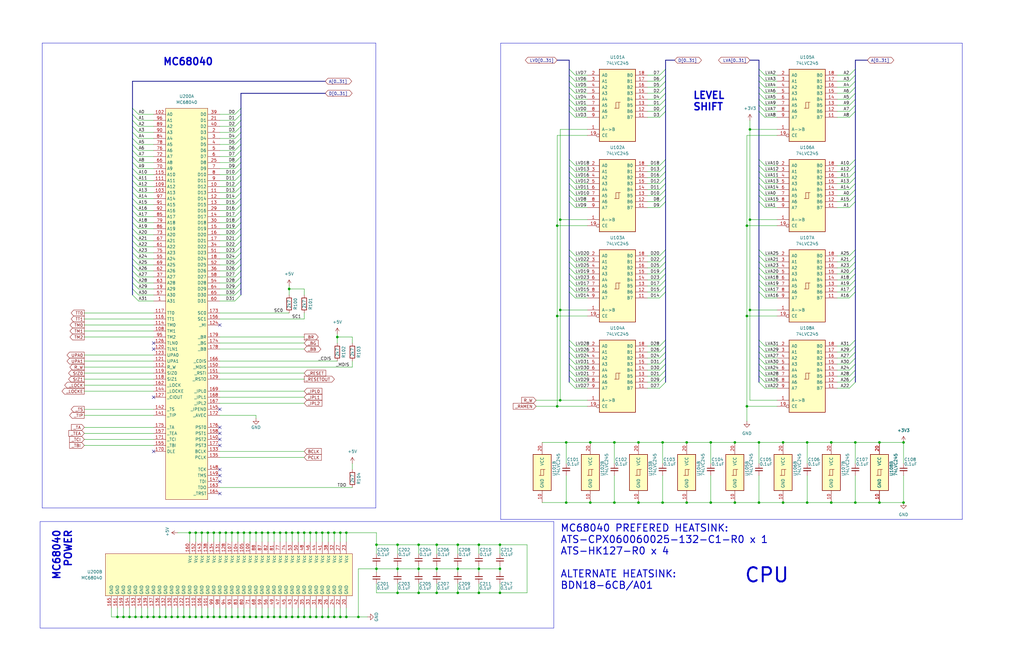
<source format=kicad_sch>
(kicad_sch (version 20231120) (generator "eeschema") (generator_version "8.0")
  (paper "B")
  (title_block (title "AmigaPCI 68040") (date "2024-05-31") (rev "2.0"))
  (junction (at 299.72 212.09))
  (junction (at 62.23 260.35))
  (junction (at 82.55 260.35))
  (junction (at 121.92 121.92))
  (junction (at 57.15 260.35))
  (junction (at 201.93 250.19))
  (junction (at 176.53 240.03))
  (junction (at 176.53 229.87))
  (junction (at 210.82 250.19))
  (junction (at 67.31 260.35))
  (junction (at 74.93 260.35))
  (junction (at 133.35 260.35))
  (junction (at 125.73 260.35))
  (junction (at 128.27 224.79))
  (junction (at 143.51 224.79))
  (junction (at 120.65 224.79))
  (junction (at 130.81 260.35))
  (junction (at 138.43 224.79))
  (junction (at 248.92 212.09))
  (junction (at 370.84 186.69))
  (junction (at 151.13 260.35))
  (junction (at 184.15 240.03))
  (junction (at 269.24 212.09))
  (junction (at 360.68 212.09))
  (junction (at 269.24 186.69))
  (junction (at 135.89 260.35))
  (junction (at 316.23 92.71))
  (junction (at 176.53 250.19))
  (junction (at 102.87 224.79))
  (junction (at 102.87 260.35))
  (junction (at 80.01 260.35))
  (junction (at 316.23 130.81))
  (junction (at 69.85 260.35))
  (junction (at 146.05 260.35))
  (junction (at 201.93 240.03))
  (junction (at 105.41 224.79))
  (junction (at 92.71 260.35))
  (junction (at 146.05 224.79))
  (junction (at 110.49 260.35))
  (junction (at 167.64 250.19))
  (junction (at 309.88 186.69))
  (junction (at 113.03 224.79))
  (junction (at 316.23 54.61))
  (junction (at 97.79 224.79))
  (junction (at 309.88 212.09))
  (junction (at 279.4 186.69))
  (junction (at 236.22 168.91))
  (junction (at 314.96 171.45))
  (junction (at 234.95 133.35))
  (junction (at 64.77 260.35))
  (junction (at 350.52 212.09))
  (junction (at 142.24 142.24))
  (junction (at 340.36 212.09))
  (junction (at 360.68 186.69))
  (junction (at 92.71 224.79))
  (junction (at 193.04 229.87))
  (junction (at 115.57 260.35))
  (junction (at 95.25 260.35))
  (junction (at 130.81 224.79))
  (junction (at 143.51 260.35))
  (junction (at 279.4 212.09))
  (junction (at 370.84 212.09))
  (junction (at 82.55 224.79))
  (junction (at 259.08 186.69))
  (junction (at 115.57 224.79))
  (junction (at 72.39 260.35))
  (junction (at 107.95 260.35))
  (junction (at 54.61 260.35))
  (junction (at 381 212.09))
  (junction (at 87.63 224.79))
  (junction (at 87.63 260.35))
  (junction (at 259.08 212.09))
  (junction (at 167.64 240.03))
  (junction (at 138.43 260.35))
  (junction (at 210.82 229.87))
  (junction (at 133.35 224.79))
  (junction (at 123.19 260.35))
  (junction (at 236.22 130.81))
  (junction (at 97.79 260.35))
  (junction (at 90.17 224.79))
  (junction (at 299.72 186.69))
  (junction (at 350.52 186.69))
  (junction (at 125.73 224.79))
  (junction (at 118.11 224.79))
  (junction (at 158.75 229.87))
  (junction (at 85.09 260.35))
  (junction (at 80.01 224.79))
  (junction (at 238.76 212.09))
  (junction (at 52.07 260.35))
  (junction (at 90.17 260.35))
  (junction (at 100.33 224.79))
  (junction (at 320.04 212.09))
  (junction (at 128.27 260.35))
  (junction (at 105.41 260.35))
  (junction (at 314.96 133.35))
  (junction (at 330.2 186.69))
  (junction (at 140.97 260.35))
  (junction (at 330.2 212.09))
  (junction (at 85.09 224.79))
  (junction (at 381 186.69))
  (junction (at 107.95 224.79))
  (junction (at 193.04 240.03))
  (junction (at 49.53 260.35))
  (junction (at 289.56 212.09))
  (junction (at 234.95 171.45))
  (junction (at 201.93 229.87))
  (junction (at 184.15 229.87))
  (junction (at 184.15 250.19))
  (junction (at 59.69 260.35))
  (junction (at 120.65 260.35))
  (junction (at 238.76 186.69))
  (junction (at 320.04 186.69))
  (junction (at 340.36 186.69))
  (junction (at 210.82 240.03))
  (junction (at 135.89 224.79))
  (junction (at 193.04 250.19))
  (junction (at 100.33 260.35))
  (junction (at 118.11 260.35))
  (junction (at 236.22 92.71))
  (junction (at 77.47 260.35))
  (junction (at 110.49 224.79))
  (junction (at 167.64 229.87))
  (junction (at 140.97 224.79))
  (junction (at 123.19 224.79))
  (junction (at 248.92 186.69))
  (junction (at 314.96 95.25))
  (junction (at 95.25 224.79))
  (junction (at 113.03 260.35))
  (junction (at 234.95 95.25))
  (junction (at 158.75 240.03))
  (junction (at 289.56 186.69))
  (no_connect (at 92.71 208.28))
  (no_connect (at 64.77 144.78))
  (no_connect (at 64.77 190.5))
  (no_connect (at 64.77 167.64))
  (no_connect (at 92.71 185.42))
  (no_connect (at 92.71 182.88))
  (no_connect (at 64.77 147.32))
  (no_connect (at 92.71 137.16))
  (no_connect (at 92.71 172.72))
  (no_connect (at 92.71 200.66))
  (no_connect (at 92.71 198.12))
  (no_connect (at 92.71 187.96))
  (no_connect (at 92.71 203.2))
  (no_connect (at 92.71 180.34))
  (bus_entry (at 320.04 72.39) (size 2.54 2.54))
  (bus_entry (at 240.03 110.49) (size 2.54 2.54))
  (bus_entry (at 360.68 153.67) (size -2.54 2.54))
  (bus_entry (at 280.67 44.45) (size -2.54 2.54))
  (bus_entry (at 280.67 156.21) (size -2.54 2.54))
  (bus_entry (at 280.67 39.37) (size -2.54 2.54))
  (bus_entry (at 240.03 44.45) (size 2.54 2.54))
  (bus_entry (at 280.67 115.57) (size -2.54 2.54))
  (bus_entry (at 99.06 50.8) (size 2.54 -2.54))
  (bus_entry (at 320.04 115.57) (size 2.54 2.54))
  (bus_entry (at 280.67 146.05) (size -2.54 2.54))
  (bus_entry (at 280.67 34.29) (size -2.54 2.54))
  (bus_entry (at 360.68 113.03) (size -2.54 2.54))
  (bus_entry (at 99.06 91.44) (size 2.54 -2.54))
  (bus_entry (at 320.04 39.37) (size 2.54 2.54))
  (bus_entry (at 360.68 69.85) (size -2.54 2.54))
  (bus_entry (at 280.67 72.39) (size -2.54 2.54))
  (bus_entry (at 58.42 106.68) (size -2.54 -2.54))
  (bus_entry (at 99.06 76.2) (size 2.54 -2.54))
  (bus_entry (at 58.42 58.42) (size -2.54 -2.54))
  (bus_entry (at 360.68 120.65) (size -2.54 2.54))
  (bus_entry (at 240.03 113.03) (size 2.54 2.54))
  (bus_entry (at 320.04 161.29) (size 2.54 2.54))
  (bus_entry (at 58.42 88.9) (size -2.54 -2.54))
  (bus_entry (at 99.06 78.74) (size 2.54 -2.54))
  (bus_entry (at 240.03 85.09) (size 2.54 2.54))
  (bus_entry (at 280.67 120.65) (size -2.54 2.54))
  (bus_entry (at 99.06 104.14) (size 2.54 -2.54))
  (bus_entry (at 99.06 60.96) (size 2.54 -2.54))
  (bus_entry (at 99.06 83.82) (size 2.54 -2.54))
  (bus_entry (at 320.04 46.99) (size 2.54 2.54))
  (bus_entry (at 58.42 83.82) (size -2.54 -2.54))
  (bus_entry (at 320.04 123.19) (size 2.54 2.54))
  (bus_entry (at 240.03 146.05) (size 2.54 2.54))
  (bus_entry (at 58.42 63.5) (size -2.54 -2.54))
  (bus_entry (at 99.06 63.5) (size 2.54 -2.54))
  (bus_entry (at 240.03 69.85) (size 2.54 2.54))
  (bus_entry (at 280.67 41.91) (size -2.54 2.54))
  (bus_entry (at 320.04 29.21) (size 2.54 2.54))
  (bus_entry (at 360.68 74.93) (size -2.54 2.54))
  (bus_entry (at 360.68 146.05) (size -2.54 2.54))
  (bus_entry (at 320.04 151.13) (size 2.54 2.54))
  (bus_entry (at 280.67 36.83) (size -2.54 2.54))
  (bus_entry (at 58.42 96.52) (size -2.54 -2.54))
  (bus_entry (at 320.04 80.01) (size 2.54 2.54))
  (bus_entry (at 320.04 77.47) (size 2.54 2.54))
  (bus_entry (at 360.68 151.13) (size -2.54 2.54))
  (bus_entry (at 360.68 158.75) (size -2.54 2.54))
  (bus_entry (at 360.68 41.91) (size -2.54 2.54))
  (bus_entry (at 240.03 31.75) (size 2.54 2.54))
  (bus_entry (at 360.68 148.59) (size -2.54 2.54))
  (bus_entry (at 360.68 115.57) (size -2.54 2.54))
  (bus_entry (at 99.06 101.6) (size 2.54 -2.54))
  (bus_entry (at 240.03 74.93) (size 2.54 2.54))
  (bus_entry (at 58.42 116.84) (size -2.54 -2.54))
  (bus_entry (at 58.42 124.46) (size -2.54 -2.54))
  (bus_entry (at 240.03 77.47) (size 2.54 2.54))
  (bus_entry (at 58.42 93.98) (size -2.54 -2.54))
  (bus_entry (at 99.06 116.84) (size 2.54 -2.54))
  (bus_entry (at 280.67 46.99) (size -2.54 2.54))
  (bus_entry (at 240.03 39.37) (size 2.54 2.54))
  (bus_entry (at 320.04 107.95) (size 2.54 2.54))
  (bus_entry (at 360.68 29.21) (size -2.54 2.54))
  (bus_entry (at 99.06 124.46) (size 2.54 -2.54))
  (bus_entry (at 280.67 161.29) (size -2.54 2.54))
  (bus_entry (at 240.03 107.95) (size 2.54 2.54))
  (bus_entry (at 240.03 148.59) (size 2.54 2.54))
  (bus_entry (at 99.06 106.68) (size 2.54 -2.54))
  (bus_entry (at 58.42 81.28) (size -2.54 -2.54))
  (bus_entry (at 58.42 101.6) (size -2.54 -2.54))
  (bus_entry (at 320.04 34.29) (size 2.54 2.54))
  (bus_entry (at 99.06 53.34) (size 2.54 -2.54))
  (bus_entry (at 280.67 110.49) (size -2.54 2.54))
  (bus_entry (at 360.68 44.45) (size -2.54 2.54))
  (bus_entry (at 320.04 82.55) (size 2.54 2.54))
  (bus_entry (at 99.06 86.36) (size 2.54 -2.54))
  (bus_entry (at 360.68 39.37) (size -2.54 2.54))
  (bus_entry (at 360.68 80.01) (size -2.54 2.54))
  (bus_entry (at 240.03 36.83) (size 2.54 2.54))
  (bus_entry (at 99.06 88.9) (size 2.54 -2.54))
  (bus_entry (at 360.68 77.47) (size -2.54 2.54))
  (bus_entry (at 240.03 158.75) (size 2.54 2.54))
  (bus_entry (at 58.42 48.26) (size -2.54 -2.54))
  (bus_entry (at 240.03 161.29) (size 2.54 2.54))
  (bus_entry (at 58.42 109.22) (size -2.54 -2.54))
  (bus_entry (at 99.06 93.98) (size 2.54 -2.54))
  (bus_entry (at 360.68 107.95) (size -2.54 2.54))
  (bus_entry (at 280.67 153.67) (size -2.54 2.54))
  (bus_entry (at 280.67 107.95) (size -2.54 2.54))
  (bus_entry (at 360.68 105.41) (size -2.54 2.54))
  (bus_entry (at 320.04 158.75) (size 2.54 2.54))
  (bus_entry (at 240.03 80.01) (size 2.54 2.54))
  (bus_entry (at 360.68 156.21) (size -2.54 2.54))
  (bus_entry (at 360.68 46.99) (size -2.54 2.54))
  (bus_entry (at 58.42 50.8) (size -2.54 -2.54))
  (bus_entry (at 58.42 121.92) (size -2.54 -2.54))
  (bus_entry (at 360.68 67.31) (size -2.54 2.54))
  (bus_entry (at 320.04 143.51) (size 2.54 2.54))
  (bus_entry (at 280.67 113.03) (size -2.54 2.54))
  (bus_entry (at 240.03 153.67) (size 2.54 2.54))
  (bus_entry (at 360.68 72.39) (size -2.54 2.54))
  (bus_entry (at 58.42 127) (size -2.54 -2.54))
  (bus_entry (at 280.67 123.19) (size -2.54 2.54))
  (bus_entry (at 58.42 91.44) (size -2.54 -2.54))
  (bus_entry (at 320.04 69.85) (size 2.54 2.54))
  (bus_entry (at 99.06 73.66) (size 2.54 -2.54))
  (bus_entry (at 240.03 105.41) (size 2.54 2.54))
  (bus_entry (at 280.67 80.01) (size -2.54 2.54))
  (bus_entry (at 320.04 110.49) (size 2.54 2.54))
  (bus_entry (at 280.67 85.09) (size -2.54 2.54))
  (bus_entry (at 240.03 46.99) (size 2.54 2.54))
  (bus_entry (at 58.42 119.38) (size -2.54 -2.54))
  (bus_entry (at 280.67 74.93) (size -2.54 2.54))
  (bus_entry (at 360.68 85.09) (size -2.54 2.54))
  (bus_entry (at 58.42 114.3) (size -2.54 -2.54))
  (bus_entry (at 99.06 58.42) (size 2.54 -2.54))
  (bus_entry (at 99.06 121.92) (size 2.54 -2.54))
  (bus_entry (at 360.68 143.51) (size -2.54 2.54))
  (bus_entry (at 360.68 34.29) (size -2.54 2.54))
  (bus_entry (at 99.06 109.22) (size 2.54 -2.54))
  (bus_entry (at 58.42 71.12) (size -2.54 -2.54))
  (bus_entry (at 99.06 127) (size 2.54 -2.54))
  (bus_entry (at 240.03 67.31) (size 2.54 2.54))
  (bus_entry (at 99.06 111.76) (size 2.54 -2.54))
  (bus_entry (at 58.42 53.34) (size -2.54 -2.54))
  (bus_entry (at 360.68 161.29) (size -2.54 2.54))
  (bus_entry (at 280.67 105.41) (size -2.54 2.54))
  (bus_entry (at 240.03 82.55) (size 2.54 2.54))
  (bus_entry (at 280.67 158.75) (size -2.54 2.54))
  (bus_entry (at 240.03 143.51) (size 2.54 2.54))
  (bus_entry (at 58.42 99.06) (size -2.54 -2.54))
  (bus_entry (at 240.03 41.91) (size 2.54 2.54))
  (bus_entry (at 58.42 78.74) (size -2.54 -2.54))
  (bus_entry (at 280.67 148.59) (size -2.54 2.54))
  (bus_entry (at 320.04 74.93) (size 2.54 2.54))
  (bus_entry (at 99.06 114.3) (size 2.54 -2.54))
  (bus_entry (at 320.04 153.67) (size 2.54 2.54))
  (bus_entry (at 58.42 86.36) (size -2.54 -2.54))
  (bus_entry (at 320.04 118.11) (size 2.54 2.54))
  (bus_entry (at 280.67 31.75) (size -2.54 2.54))
  (bus_entry (at 320.04 148.59) (size 2.54 2.54))
  (bus_entry (at 320.04 113.03) (size 2.54 2.54))
  (bus_entry (at 320.04 120.65) (size 2.54 2.54))
  (bus_entry (at 280.67 29.21) (size -2.54 2.54))
  (bus_entry (at 99.06 55.88) (size 2.54 -2.54))
  (bus_entry (at 240.03 72.39) (size 2.54 2.54))
  (bus_entry (at 58.42 104.14) (size -2.54 -2.54))
  (bus_entry (at 240.03 123.19) (size 2.54 2.54))
  (bus_entry (at 320.04 31.75) (size 2.54 2.54))
  (bus_entry (at 360.68 31.75) (size -2.54 2.54))
  (bus_entry (at 320.04 105.41) (size 2.54 2.54))
  (bus_entry (at 320.04 41.91) (size 2.54 2.54))
  (bus_entry (at 240.03 29.21) (size 2.54 2.54))
  (bus_entry (at 58.42 111.76) (size -2.54 -2.54))
  (bus_entry (at 280.67 77.47) (size -2.54 2.54))
  (bus_entry (at 280.67 69.85) (size -2.54 2.54))
  (bus_entry (at 99.06 66.04) (size 2.54 -2.54))
  (bus_entry (at 58.42 66.04) (size -2.54 -2.54))
  (bus_entry (at 360.68 110.49) (size -2.54 2.54))
  (bus_entry (at 280.67 67.31) (size -2.54 2.54))
  (bus_entry (at 280.67 118.11) (size -2.54 2.54))
  (bus_entry (at 280.67 82.55) (size -2.54 2.54))
  (bus_entry (at 58.42 60.96) (size -2.54 -2.54))
  (bus_entry (at 320.04 67.31) (size 2.54 2.54))
  (bus_entry (at 240.03 120.65) (size 2.54 2.54))
  (bus_entry (at 99.06 119.38) (size 2.54 -2.54))
  (bus_entry (at 240.03 34.29) (size 2.54 2.54))
  (bus_entry (at 240.03 156.21) (size 2.54 2.54))
  (bus_entry (at 58.42 73.66) (size -2.54 -2.54))
  (bus_entry (at 360.68 123.19) (size -2.54 2.54))
  (bus_entry (at 99.06 96.52) (size 2.54 -2.54))
  (bus_entry (at 58.42 68.58) (size -2.54 -2.54))
  (bus_entry (at 360.68 36.83) (size -2.54 2.54))
  (bus_entry (at 99.06 48.26) (size 2.54 -2.54))
  (bus_entry (at 99.06 81.28) (size 2.54 -2.54))
  (bus_entry (at 320.04 36.83) (size 2.54 2.54))
  (bus_entry (at 360.68 118.11) (size -2.54 2.54))
  (bus_entry (at 99.06 99.06) (size 2.54 -2.54))
  (bus_entry (at 320.04 85.09) (size 2.54 2.54))
  (bus_entry (at 58.42 76.2) (size -2.54 -2.54))
  (bus_entry (at 240.03 115.57) (size 2.54 2.54))
  (bus_entry (at 99.06 71.12) (size 2.54 -2.54))
  (bus_entry (at 280.67 143.51) (size -2.54 2.54))
  (bus_entry (at 240.03 151.13) (size 2.54 2.54))
  (bus_entry (at 99.06 68.58) (size 2.54 -2.54))
  (bus_entry (at 320.04 146.05) (size 2.54 2.54))
  (bus_entry (at 240.03 118.11) (size 2.54 2.54))
  (bus_entry (at 320.04 44.45) (size 2.54 2.54))
  (bus_entry (at 58.42 55.88) (size -2.54 -2.54))
  (bus_entry (at 360.68 82.55) (size -2.54 2.54))
  (bus_entry (at 320.04 156.21) (size 2.54 2.54))
  (bus_entry (at 280.67 151.13) (size -2.54 2.54))
  (wire (pts (xy 35.56 152.4) (xy 64.77 152.4)))
  (bus (pts (xy 320.04 148.59) (xy 320.04 146.05)))
  (wire (pts (xy 105.41 260.35) (xy 107.95 260.35)))
  (bus (pts (xy 320.04 105.41) (xy 320.04 85.09)))
  (wire (pts (xy 97.79 224.79) (xy 100.33 224.79)))
  (wire (pts (xy 92.71 132.08) (xy 121.92 132.08)))
  (wire (pts (xy 92.71 127) (xy 99.06 127)))
  (bus (pts (xy 320.04 34.29) (xy 320.04 31.75)))
  (bus (pts (xy 360.68 123.19) (xy 360.68 120.65)))
  (wire (pts (xy 115.57 224.79) (xy 115.57 228.6)))
  (wire (pts (xy 151.13 240.03) (xy 158.75 240.03)))
  (wire (pts (xy 320.04 200.66) (xy 320.04 212.09)))
  (wire (pts (xy 82.55 224.79) (xy 85.09 224.79)))
  (wire (pts (xy 58.42 81.28) (xy 64.77 81.28)))
  (wire (pts (xy 58.42 73.66) (xy 64.77 73.66)))
  (wire (pts (xy 80.01 256.54) (xy 80.01 260.35)))
  (wire (pts (xy 58.42 119.38) (xy 64.77 119.38)))
  (wire (pts (xy 340.36 200.66) (xy 340.36 212.09)))
  (wire (pts (xy 322.58 39.37) (xy 327.66 39.37)))
  (wire (pts (xy 92.71 73.66) (xy 99.06 73.66)))
  (wire (pts (xy 242.57 49.53) (xy 247.65 49.53)))
  (bus (pts (xy 101.6 83.82) (xy 101.6 86.36)))
  (bus (pts (xy 360.68 110.49) (xy 360.68 107.95)))
  (wire (pts (xy 158.75 233.68) (xy 158.75 229.87)))
  (wire (pts (xy 35.56 175.26) (xy 64.77 175.26)))
  (wire (pts (xy 72.39 260.35) (xy 74.93 260.35)))
  (wire (pts (xy 210.82 238.76) (xy 210.82 240.03)))
  (wire (pts (xy 201.93 238.76) (xy 201.93 240.03)))
  (wire (pts (xy 128.27 124.46) (xy 128.27 121.92)))
  (wire (pts (xy 358.14 69.85) (xy 353.06 69.85)))
  (wire (pts (xy 35.56 149.86) (xy 64.77 149.86)))
  (wire (pts (xy 120.65 224.79) (xy 123.19 224.79)))
  (wire (pts (xy 35.56 180.34) (xy 64.77 180.34)))
  (wire (pts (xy 102.87 224.79) (xy 105.41 224.79)))
  (bus (pts (xy 360.68 67.31) (xy 360.68 46.99)))
  (bus (pts (xy 240.03 161.29) (xy 240.03 158.75)))
  (bus (pts (xy 240.03 153.67) (xy 240.03 151.13)))
  (wire (pts (xy 95.25 256.54) (xy 95.25 260.35)))
  (wire (pts (xy 381 212.09) (xy 370.84 212.09)))
  (wire (pts (xy 148.59 195.58) (xy 148.59 198.12)))
  (bus (pts (xy 101.6 109.22) (xy 101.6 111.76)))
  (bus (pts (xy 55.88 96.52) (xy 55.88 99.06)))
  (wire (pts (xy 201.93 250.19) (xy 201.93 246.38)))
  (wire (pts (xy 35.56 182.88) (xy 64.77 182.88)))
  (wire (pts (xy 322.58 125.73) (xy 327.66 125.73)))
  (wire (pts (xy 184.15 240.03) (xy 193.04 240.03)))
  (wire (pts (xy 58.42 121.92) (xy 64.77 121.92)))
  (bus (pts (xy 101.6 106.68) (xy 101.6 109.22)))
  (wire (pts (xy 278.13 110.49) (xy 273.05 110.49)))
  (bus (pts (xy 55.88 68.58) (xy 55.88 71.12)))
  (wire (pts (xy 158.75 250.19) (xy 167.64 250.19)))
  (bus (pts (xy 280.67 80.01) (xy 280.67 77.47)))
  (wire (pts (xy 278.13 151.13) (xy 273.05 151.13)))
  (wire (pts (xy 330.2 186.69) (xy 340.36 186.69)))
  (wire (pts (xy 242.57 31.75) (xy 247.65 31.75)))
  (wire (pts (xy 146.05 256.54) (xy 146.05 260.35)))
  (wire (pts (xy 322.58 72.39) (xy 327.66 72.39)))
  (wire (pts (xy 236.22 168.91) (xy 247.65 168.91)))
  (wire (pts (xy 92.71 50.8) (xy 99.06 50.8)))
  (wire (pts (xy 105.41 256.54) (xy 105.41 260.35)))
  (bus (pts (xy 320.04 39.37) (xy 320.04 36.83)))
  (wire (pts (xy 49.53 260.35) (xy 52.07 260.35)))
  (wire (pts (xy 92.71 91.44) (xy 99.06 91.44)))
  (wire (pts (xy 167.64 233.68) (xy 167.64 229.87)))
  (wire (pts (xy 222.25 229.87) (xy 222.25 250.19)))
  (bus (pts (xy 360.68 153.67) (xy 360.68 151.13)))
  (wire (pts (xy 143.51 224.79) (xy 146.05 224.79)))
  (wire (pts (xy 279.4 200.66) (xy 279.4 212.09)))
  (wire (pts (xy 236.22 54.61) (xy 247.65 54.61)))
  (wire (pts (xy 92.71 55.88) (xy 99.06 55.88)))
  (wire (pts (xy 58.42 83.82) (xy 64.77 83.82)))
  (wire (pts (xy 322.58 153.67) (xy 327.66 153.67)))
  (wire (pts (xy 58.42 86.36) (xy 64.77 86.36)))
  (wire (pts (xy 314.96 133.35) (xy 314.96 95.25)))
  (bus (pts (xy 101.6 86.36) (xy 101.6 88.9)))
  (wire (pts (xy 128.27 260.35) (xy 130.81 260.35)))
  (wire (pts (xy 113.03 224.79) (xy 113.03 228.6)))
  (bus (pts (xy 101.6 45.72) (xy 101.6 48.26)))
  (wire (pts (xy 58.42 114.3) (xy 64.77 114.3)))
  (bus (pts (xy 55.88 83.82) (xy 55.88 86.36)))
  (wire (pts (xy 35.56 154.94) (xy 64.77 154.94)))
  (wire (pts (xy 279.4 186.69) (xy 279.4 195.58)))
  (bus (pts (xy 320.04 161.29) (xy 320.04 158.75)))
  (bus (pts (xy 101.6 101.6) (xy 101.6 104.14)))
  (wire (pts (xy 259.08 186.69) (xy 269.24 186.69)))
  (bus (pts (xy 101.6 121.92) (xy 101.6 124.46)))
  (wire (pts (xy 370.84 186.69) (xy 381 186.69)))
  (wire (pts (xy 278.13 39.37) (xy 273.05 39.37)))
  (wire (pts (xy 100.33 256.54) (xy 100.33 260.35)))
  (wire (pts (xy 143.51 224.79) (xy 143.51 228.6)))
  (wire (pts (xy 80.01 224.79) (xy 82.55 224.79)))
  (wire (pts (xy 242.57 163.83) (xy 247.65 163.83)))
  (bus (pts (xy 320.04 41.91) (xy 320.04 39.37)))
  (wire (pts (xy 118.11 256.54) (xy 118.11 260.35)))
  (wire (pts (xy 358.14 125.73) (xy 353.06 125.73)))
  (wire (pts (xy 130.81 228.6) (xy 130.81 224.79)))
  (wire (pts (xy 57.15 260.35) (xy 59.69 260.35)))
  (bus (pts (xy 240.03 148.59) (xy 240.03 146.05)))
  (bus (pts (xy 320.04 153.67) (xy 320.04 151.13)))
  (bus (pts (xy 360.68 115.57) (xy 360.68 113.03)))
  (bus (pts (xy 55.88 66.04) (xy 55.88 68.58)))
  (wire (pts (xy 35.56 162.56) (xy 64.77 162.56)))
  (bus (pts (xy 55.88 81.28) (xy 55.88 83.82)))
  (wire (pts (xy 278.13 120.65) (xy 273.05 120.65)))
  (wire (pts (xy 49.53 256.54) (xy 49.53 260.35)))
  (wire (pts (xy 54.61 260.35) (xy 57.15 260.35)))
  (wire (pts (xy 167.64 240.03) (xy 167.64 241.3)))
  (bus (pts (xy 280.67 82.55) (xy 280.67 80.01)))
  (bus (pts (xy 55.88 50.8) (xy 55.88 53.34)))
  (bus (pts (xy 240.03 158.75) (xy 240.03 156.21)))
  (wire (pts (xy 59.69 260.35) (xy 62.23 260.35)))
  (bus (pts (xy 320.04 123.19) (xy 320.04 120.65)))
  (wire (pts (xy 92.71 256.54) (xy 92.71 260.35)))
  (bus (pts (xy 101.6 66.04) (xy 101.6 68.58)))
  (wire (pts (xy 92.71 99.06) (xy 99.06 99.06)))
  (wire (pts (xy 110.49 260.35) (xy 113.03 260.35)))
  (wire (pts (xy 322.58 46.99) (xy 327.66 46.99)))
  (wire (pts (xy 115.57 256.54) (xy 115.57 260.35)))
  (wire (pts (xy 158.75 238.76) (xy 158.75 240.03)))
  (wire (pts (xy 316.23 50.8) (xy 316.23 54.61)))
  (bus (pts (xy 320.04 85.09) (xy 320.04 82.55)))
  (bus (pts (xy 320.04 44.45) (xy 320.04 41.91)))
  (wire (pts (xy 340.36 186.69) (xy 350.52 186.69)))
  (wire (pts (xy 97.79 256.54) (xy 97.79 260.35)))
  (bus (pts (xy 360.68 29.21) (xy 360.68 25.4)))
  (wire (pts (xy 242.57 87.63) (xy 247.65 87.63)))
  (wire (pts (xy 322.58 115.57) (xy 327.66 115.57)))
  (wire (pts (xy 138.43 224.79) (xy 140.97 224.79)))
  (wire (pts (xy 52.07 260.35) (xy 54.61 260.35)))
  (wire (pts (xy 67.31 256.54) (xy 67.31 260.35)))
  (wire (pts (xy 143.51 260.35) (xy 146.05 260.35)))
  (wire (pts (xy 97.79 224.79) (xy 97.79 228.6)))
  (wire (pts (xy 242.57 115.57) (xy 247.65 115.57)))
  (wire (pts (xy 314.96 171.45) (xy 327.66 171.45)))
  (bus (pts (xy 55.88 48.26) (xy 55.88 50.8)))
  (bus (pts (xy 101.6 68.58) (xy 101.6 71.12)))
  (bus (pts (xy 280.67 36.83) (xy 280.67 34.29)))
  (wire (pts (xy 167.64 240.03) (xy 176.53 240.03)))
  (wire (pts (xy 167.64 238.76) (xy 167.64 240.03)))
  (wire (pts (xy 35.56 187.96) (xy 64.77 187.96)))
  (bus (pts (xy 280.67 69.85) (xy 280.67 67.31)))
  (bus (pts (xy 101.6 60.96) (xy 101.6 63.5)))
  (bus (pts (xy 280.67 123.19) (xy 280.67 120.65)))
  (wire (pts (xy 278.13 80.01) (xy 273.05 80.01)))
  (bus (pts (xy 316.23 25.4) (xy 320.04 25.4)))
  (wire (pts (xy 58.42 101.6) (xy 64.77 101.6)))
  (wire (pts (xy 322.58 113.03) (xy 327.66 113.03)))
  (bus (pts (xy 360.68 148.59) (xy 360.68 146.05)))
  (wire (pts (xy 121.92 121.92) (xy 121.92 124.46)))
  (bus (pts (xy 280.67 41.91) (xy 280.67 39.37)))
  (wire (pts (xy 148.59 144.78) (xy 148.59 142.24)))
  (wire (pts (xy 242.57 46.99) (xy 247.65 46.99)))
  (wire (pts (xy 358.14 39.37) (xy 353.06 39.37)))
  (bus (pts (xy 360.68 151.13) (xy 360.68 148.59)))
  (wire (pts (xy 242.57 39.37) (xy 247.65 39.37)))
  (bus (pts (xy 101.6 119.38) (xy 101.6 121.92)))
  (wire (pts (xy 107.95 224.79) (xy 110.49 224.79)))
  (bus (pts (xy 280.67 44.45) (xy 280.67 41.91)))
  (wire (pts (xy 236.22 130.81) (xy 236.22 168.91)))
  (bus (pts (xy 55.88 88.9) (xy 55.88 91.44)))
  (bus (pts (xy 55.88 93.98) (xy 55.88 96.52)))
  (wire (pts (xy 278.13 153.67) (xy 273.05 153.67)))
  (wire (pts (xy 184.15 233.68) (xy 184.15 229.87)))
  (bus (pts (xy 360.68 156.21) (xy 360.68 153.67)))
  (wire (pts (xy 123.19 224.79) (xy 125.73 224.79)))
  (bus (pts (xy 280.67 161.29) (xy 280.67 158.75)))
  (wire (pts (xy 278.13 115.57) (xy 273.05 115.57)))
  (wire (pts (xy 322.58 74.93) (xy 327.66 74.93)))
  (wire (pts (xy 92.71 134.62) (xy 128.27 134.62)))
  (wire (pts (xy 279.4 212.09) (xy 269.24 212.09)))
  (bus (pts (xy 55.88 55.88) (xy 55.88 58.42)))
  (bus (pts (xy 360.68 120.65) (xy 360.68 118.11)))
  (wire (pts (xy 358.14 44.45) (xy 353.06 44.45)))
  (wire (pts (xy 92.71 116.84) (xy 99.06 116.84)))
  (wire (pts (xy 322.58 49.53) (xy 327.66 49.53)))
  (wire (pts (xy 138.43 224.79) (xy 138.43 228.6)))
  (wire (pts (xy 176.53 250.19) (xy 176.53 246.38)))
  (bus (pts (xy 320.04 69.85) (xy 320.04 67.31)))
  (wire (pts (xy 269.24 186.69) (xy 279.4 186.69)))
  (wire (pts (xy 125.73 224.79) (xy 125.73 228.6)))
  (wire (pts (xy 278.13 72.39) (xy 273.05 72.39)))
  (wire (pts (xy 58.42 116.84) (xy 64.77 116.84)))
  (bus (pts (xy 360.68 113.03) (xy 360.68 110.49)))
  (wire (pts (xy 360.68 200.66) (xy 360.68 212.09)))
  (bus (pts (xy 320.04 29.21) (xy 320.04 25.4)))
  (wire (pts (xy 273.05 41.91) (xy 278.13 41.91)))
  (wire (pts (xy 278.13 148.59) (xy 273.05 148.59)))
  (wire (pts (xy 118.11 260.35) (xy 120.65 260.35)))
  (wire (pts (xy 358.14 123.19) (xy 353.06 123.19)))
  (wire (pts (xy 92.71 142.24) (xy 128.27 142.24)))
  (wire (pts (xy 358.14 34.29) (xy 353.06 34.29)))
  (wire (pts (xy 358.14 72.39) (xy 353.06 72.39)))
  (wire (pts (xy 242.57 34.29) (xy 247.65 34.29)))
  (bus (pts (xy 240.03 85.09) (xy 240.03 82.55)))
  (wire (pts (xy 314.96 171.45) (xy 314.96 133.35)))
  (wire (pts (xy 316.23 54.61) (xy 327.66 54.61)))
  (wire (pts (xy 316.23 92.71) (xy 327.66 92.71)))
  (wire (pts (xy 54.61 256.54) (xy 54.61 260.35)))
  (wire (pts (xy 278.13 85.09) (xy 273.05 85.09)))
  (wire (pts (xy 299.72 212.09) (xy 309.88 212.09)))
  (wire (pts (xy 95.25 224.79) (xy 97.79 224.79)))
  (wire (pts (xy 125.73 224.79) (xy 128.27 224.79)))
  (bus (pts (xy 55.88 76.2) (xy 55.88 78.74)))
  (wire (pts (xy 92.71 193.04) (xy 128.27 193.04)))
  (wire (pts (xy 120.65 256.54) (xy 120.65 260.35)))
  (bus (pts (xy 101.6 58.42) (xy 101.6 60.96)))
  (wire (pts (xy 82.55 224.79) (xy 82.55 228.6)))
  (wire (pts (xy 289.56 186.69) (xy 299.72 186.69)))
  (wire (pts (xy 92.71 104.14) (xy 99.06 104.14)))
  (wire (pts (xy 128.27 256.54) (xy 128.27 260.35)))
  (wire (pts (xy 92.71 53.34) (xy 99.06 53.34)))
  (wire (pts (xy 176.53 229.87) (xy 184.15 229.87)))
  (wire (pts (xy 135.89 260.35) (xy 138.43 260.35)))
  (wire (pts (xy 320.04 212.09) (xy 309.88 212.09)))
  (wire (pts (xy 176.53 240.03) (xy 184.15 240.03)))
  (wire (pts (xy 320.04 186.69) (xy 320.04 195.58)))
  (bus (pts (xy 280.67 107.95) (xy 280.67 105.41)))
  (wire (pts (xy 210.82 240.03) (xy 210.82 241.3)))
  (wire (pts (xy 242.57 148.59) (xy 247.65 148.59)))
  (wire (pts (xy 234.95 171.45) (xy 247.65 171.45)))
  (wire (pts (xy 322.58 77.47) (xy 327.66 77.47)))
  (bus (pts (xy 360.68 105.41) (xy 360.68 85.09)))
  (wire (pts (xy 242.57 158.75) (xy 247.65 158.75)))
  (wire (pts (xy 242.57 161.29) (xy 247.65 161.29)))
  (wire (pts (xy 140.97 256.54) (xy 140.97 260.35)))
  (bus (pts (xy 101.6 93.98) (xy 101.6 96.52)))
  (wire (pts (xy 92.71 71.12) (xy 99.06 71.12)))
  (bus (pts (xy 280.67 72.39) (xy 280.67 69.85)))
  (wire (pts (xy 105.41 224.79) (xy 105.41 228.6)))
  (wire (pts (xy 358.14 49.53) (xy 353.06 49.53)))
  (wire (pts (xy 242.57 123.19) (xy 247.65 123.19)))
  (bus (pts (xy 280.67 156.21) (xy 280.67 153.67)))
  (wire (pts (xy 118.11 224.79) (xy 120.65 224.79)))
  (wire (pts (xy 82.55 260.35) (xy 85.09 260.35)))
  (wire (pts (xy 242.57 77.47) (xy 247.65 77.47)))
  (bus (pts (xy 320.04 151.13) (xy 320.04 148.59)))
  (wire (pts (xy 322.58 151.13) (xy 327.66 151.13)))
  (wire (pts (xy 148.59 142.24) (xy 142.24 142.24)))
  (wire (pts (xy 58.42 50.8) (xy 64.77 50.8)))
  (wire (pts (xy 278.13 36.83) (xy 273.05 36.83)))
  (wire (pts (xy 234.95 133.35) (xy 247.65 133.35)))
  (wire (pts (xy 210.82 250.19) (xy 222.25 250.19)))
  (bus (pts (xy 360.68 80.01) (xy 360.68 77.47)))
  (bus (pts (xy 101.6 55.88) (xy 101.6 58.42)))
  (bus (pts (xy 101.6 91.44) (xy 101.6 93.98)))
  (bus (pts (xy 240.03 82.55) (xy 240.03 80.01)))
  (wire (pts (xy 142.24 140.97) (xy 142.24 142.24)))
  (wire (pts (xy 358.14 156.21) (xy 353.06 156.21)))
  (wire (pts (xy 322.58 44.45) (xy 327.66 44.45)))
  (wire (pts (xy 58.42 53.34) (xy 64.77 53.34)))
  (wire (pts (xy 358.14 107.95) (xy 353.06 107.95)))
  (wire (pts (xy 133.35 224.79) (xy 135.89 224.79)))
  (wire (pts (xy 58.42 68.58) (xy 64.77 68.58)))
  (wire (pts (xy 322.58 120.65) (xy 327.66 120.65)))
  (wire (pts (xy 58.42 124.46) (xy 64.77 124.46)))
  (wire (pts (xy 115.57 224.79) (xy 118.11 224.79)))
  (wire (pts (xy 92.71 58.42) (xy 99.06 58.42)))
  (wire (pts (xy 95.25 260.35) (xy 97.79 260.35)))
  (wire (pts (xy 102.87 224.79) (xy 102.87 228.6)))
  (bus (pts (xy 101.6 73.66) (xy 101.6 76.2)))
  (wire (pts (xy 242.57 151.13) (xy 247.65 151.13)))
  (wire (pts (xy 105.41 224.79) (xy 107.95 224.79)))
  (wire (pts (xy 316.23 92.71) (xy 316.23 54.61)))
  (wire (pts (xy 125.73 256.54) (xy 125.73 260.35)))
  (wire (pts (xy 322.58 85.09) (xy 327.66 85.09)))
  (wire (pts (xy 242.57 156.21) (xy 247.65 156.21)))
  (bus (pts (xy 360.68 36.83) (xy 360.68 34.29)))
  (bus (pts (xy 360.68 46.99) (xy 360.68 44.45)))
  (wire (pts (xy 316.23 130.81) (xy 316.23 168.91)))
  (wire (pts (xy 322.58 69.85) (xy 327.66 69.85)))
  (wire (pts (xy 358.14 85.09) (xy 353.06 85.09)))
  (wire (pts (xy 358.14 148.59) (xy 353.06 148.59)))
  (wire (pts (xy 58.42 58.42) (xy 64.77 58.42)))
  (wire (pts (xy 322.58 80.01) (xy 327.66 80.01)))
  (wire (pts (xy 322.58 123.19) (xy 327.66 123.19)))
  (wire (pts (xy 123.19 256.54) (xy 123.19 260.35)))
  (wire (pts (xy 184.15 238.76) (xy 184.15 240.03)))
  (wire (pts (xy 176.53 233.68) (xy 176.53 229.87)))
  (wire (pts (xy 358.14 110.49) (xy 353.06 110.49)))
  (wire (pts (xy 113.03 260.35) (xy 115.57 260.35)))
  (wire (pts (xy 35.56 132.08) (xy 64.77 132.08)))
  (wire (pts (xy 314.96 95.25) (xy 327.66 95.25)))
  (wire (pts (xy 113.03 224.79) (xy 115.57 224.79)))
  (bus (pts (xy 55.88 106.68) (xy 55.88 109.22)))
  (bus (pts (xy 280.67 29.21) (xy 280.67 25.4)))
  (wire (pts (xy 322.58 146.05) (xy 327.66 146.05)))
  (wire (pts (xy 358.14 113.03) (xy 353.06 113.03)))
  (bus (pts (xy 101.6 104.14) (xy 101.6 106.68)))
  (wire (pts (xy 278.13 156.21) (xy 273.05 156.21)))
  (bus (pts (xy 320.04 82.55) (xy 320.04 80.01)))
  (wire (pts (xy 259.08 200.66) (xy 259.08 212.09)))
  (wire (pts (xy 80.01 260.35) (xy 82.55 260.35)))
  (bus (pts (xy 360.68 25.4) (xy 365.76 25.4)))
  (wire (pts (xy 158.75 240.03) (xy 167.64 240.03)))
  (wire (pts (xy 57.15 256.54) (xy 57.15 260.35)))
  (wire (pts (xy 360.68 186.69) (xy 360.68 195.58)))
  (wire (pts (xy 259.08 212.09) (xy 248.92 212.09)))
  (bus (pts (xy 55.88 34.29) (xy 137.16 34.29)))
  (wire (pts (xy 92.71 88.9) (xy 99.06 88.9)))
  (wire (pts (xy 278.13 69.85) (xy 273.05 69.85)))
  (wire (pts (xy 358.14 74.93) (xy 353.06 74.93)))
  (wire (pts (xy 360.68 186.69) (xy 370.84 186.69)))
  (wire (pts (xy 102.87 256.54) (xy 102.87 260.35)))
  (bus (pts (xy 55.88 101.6) (xy 55.88 104.14)))
  (wire (pts (xy 322.58 163.83) (xy 327.66 163.83)))
  (bus (pts (xy 360.68 44.45) (xy 360.68 41.91)))
  (bus (pts (xy 55.88 91.44) (xy 55.88 93.98)))
  (wire (pts (xy 322.58 36.83) (xy 327.66 36.83)))
  (wire (pts (xy 314.96 171.45) (xy 314.96 177.8)))
  (wire (pts (xy 234.95 95.25) (xy 247.65 95.25)))
  (wire (pts (xy 316.23 168.91) (xy 327.66 168.91)))
  (wire (pts (xy 110.49 256.54) (xy 110.49 260.35)))
  (wire (pts (xy 92.71 157.48) (xy 128.27 157.48)))
  (bus (pts (xy 240.03 146.05) (xy 240.03 143.51)))
  (bus (pts (xy 320.04 118.11) (xy 320.04 115.57)))
  (wire (pts (xy 340.36 186.69) (xy 340.36 195.58)))
  (wire (pts (xy 67.31 260.35) (xy 69.85 260.35)))
  (wire (pts (xy 358.14 80.01) (xy 353.06 80.01)))
  (bus (pts (xy 55.88 58.42) (xy 55.88 60.96)))
  (wire (pts (xy 278.13 77.47) (xy 273.05 77.47)))
  (wire (pts (xy 278.13 146.05) (xy 273.05 146.05)))
  (wire (pts (xy 140.97 260.35) (xy 143.51 260.35)))
  (wire (pts (xy 92.71 68.58) (xy 99.06 68.58)))
  (bus (pts (xy 360.68 158.75) (xy 360.68 156.21)))
  (wire (pts (xy 358.14 151.13) (xy 353.06 151.13)))
  (bus (pts (xy 320.04 158.75) (xy 320.04 156.21)))
  (bus (pts (xy 240.03 29.21) (xy 240.03 25.4)))
  (wire (pts (xy 242.57 74.93) (xy 247.65 74.93)))
  (wire (pts (xy 193.04 240.03) (xy 201.93 240.03)))
  (wire (pts (xy 140.97 224.79) (xy 143.51 224.79)))
  (wire (pts (xy 322.58 82.55) (xy 327.66 82.55)))
  (wire (pts (xy 322.58 107.95) (xy 327.66 107.95)))
  (wire (pts (xy 238.76 200.66) (xy 238.76 212.09)))
  (bus (pts (xy 55.88 99.06) (xy 55.88 101.6)))
  (bus (pts (xy 240.03 74.93) (xy 240.03 72.39)))
  (bus (pts (xy 240.03 44.45) (xy 240.03 41.91)))
  (wire (pts (xy 278.13 107.95) (xy 273.05 107.95)))
  (wire (pts (xy 236.22 92.71) (xy 236.22 54.61)))
  (wire (pts (xy 58.42 104.14) (xy 64.77 104.14)))
  (wire (pts (xy 130.81 224.79) (xy 133.35 224.79)))
  (wire (pts (xy 92.71 83.82) (xy 99.06 83.82)))
  (wire (pts (xy 238.76 186.69) (xy 248.92 186.69)))
  (wire (pts (xy 278.13 163.83) (xy 273.05 163.83)))
  (bus (pts (xy 55.88 60.96) (xy 55.88 63.5)))
  (wire (pts (xy 278.13 113.03) (xy 273.05 113.03)))
  (wire (pts (xy 316.23 130.81) (xy 316.23 92.71)))
  (wire (pts (xy 236.22 92.71) (xy 247.65 92.71)))
  (bus (pts (xy 234.95 25.4) (xy 240.03 25.4)))
  (wire (pts (xy 58.42 63.5) (xy 64.77 63.5)))
  (wire (pts (xy 210.82 233.68) (xy 210.82 229.87)))
  (bus (pts (xy 101.6 63.5) (xy 101.6 66.04)))
  (bus (pts (xy 240.03 115.57) (xy 240.03 113.03)))
  (wire (pts (xy 58.42 99.06) (xy 64.77 99.06)))
  (bus (pts (xy 280.67 110.49) (xy 280.67 107.95)))
  (wire (pts (xy 322.58 118.11) (xy 327.66 118.11)))
  (bus (pts (xy 320.04 146.05) (xy 320.04 143.51)))
  (wire (pts (xy 107.95 224.79) (xy 107.95 228.6)))
  (wire (pts (xy 358.14 36.83) (xy 353.06 36.83)))
  (wire (pts (xy 316.23 130.81) (xy 327.66 130.81)))
  (bus (pts (xy 320.04 67.31) (xy 320.04 46.99)))
  (wire (pts (xy 322.58 158.75) (xy 327.66 158.75)))
  (wire (pts (xy 92.71 96.52) (xy 99.06 96.52)))
  (wire (pts (xy 259.08 186.69) (xy 259.08 195.58)))
  (wire (pts (xy 299.72 186.69) (xy 309.88 186.69)))
  (wire (pts (xy 110.49 224.79) (xy 113.03 224.79)))
  (bus (pts (xy 360.68 77.47) (xy 360.68 74.93)))
  (wire (pts (xy 358.14 41.91) (xy 353.06 41.91)))
  (bus (pts (xy 55.88 111.76) (xy 55.88 114.3)))
  (wire (pts (xy 135.89 256.54) (xy 135.89 260.35)))
  (bus (pts (xy 280.67 67.31) (xy 280.67 46.99)))
  (bus (pts (xy 360.68 41.91) (xy 360.68 39.37)))
  (wire (pts (xy 193.04 233.68) (xy 193.04 229.87)))
  (wire (pts (xy 358.14 163.83) (xy 353.06 163.83)))
  (wire (pts (xy 92.71 78.74) (xy 99.06 78.74)))
  (wire (pts (xy 358.14 158.75) (xy 353.06 158.75)))
  (wire (pts (xy 340.36 212.09) (xy 350.52 212.09)))
  (bus (pts (xy 55.88 119.38) (xy 55.88 121.92)))
  (bus (pts (xy 280.67 113.03) (xy 280.67 110.49)))
  (wire (pts (xy 193.04 250.19) (xy 201.93 250.19)))
  (wire (pts (xy 158.75 240.03) (xy 158.75 241.3)))
  (bus (pts (xy 360.68 161.29) (xy 360.68 158.75)))
  (bus (pts (xy 360.68 72.39) (xy 360.68 69.85)))
  (wire (pts (xy 72.39 256.54) (xy 72.39 260.35)))
  (bus (pts (xy 55.88 63.5) (xy 55.88 66.04)))
  (bus (pts (xy 280.67 39.37) (xy 280.67 36.83)))
  (wire (pts (xy 118.11 224.79) (xy 118.11 228.6)))
  (wire (pts (xy 299.72 200.66) (xy 299.72 212.09)))
  (wire (pts (xy 95.25 224.79) (xy 95.25 228.6)))
  (wire (pts (xy 158.75 250.19) (xy 158.75 246.38)))
  (wire (pts (xy 242.57 82.55) (xy 247.65 82.55)))
  (bus (pts (xy 320.04 156.21) (xy 320.04 153.67)))
  (wire (pts (xy 135.89 224.79) (xy 135.89 228.6)))
  (wire (pts (xy 278.13 46.99) (xy 273.05 46.99)))
  (wire (pts (xy 360.68 212.09) (xy 350.52 212.09)))
  (bus (pts (xy 360.68 69.85) (xy 360.68 67.31)))
  (wire (pts (xy 226.06 171.45) (xy 234.95 171.45)))
  (wire (pts (xy 201.93 229.87) (xy 210.82 229.87)))
  (wire (pts (xy 278.13 125.73) (xy 273.05 125.73)))
  (wire (pts (xy 90.17 256.54) (xy 90.17 260.35)))
  (wire (pts (xy 320.04 212.09) (xy 330.2 212.09)))
  (wire (pts (xy 35.56 137.16) (xy 64.77 137.16)))
  (wire (pts (xy 130.81 256.54) (xy 130.81 260.35)))
  (wire (pts (xy 90.17 228.6) (xy 90.17 224.79)))
  (wire (pts (xy 87.63 256.54) (xy 87.63 260.35)))
  (wire (pts (xy 87.63 224.79) (xy 90.17 224.79)))
  (wire (pts (xy 92.71 66.04) (xy 99.06 66.04)))
  (wire (pts (xy 242.57 120.65) (xy 247.65 120.65)))
  (bus (pts (xy 240.03 31.75) (xy 240.03 29.21)))
  (wire (pts (xy 242.57 113.03) (xy 247.65 113.03)))
  (bus (pts (xy 280.67 74.93) (xy 280.67 72.39)))
  (wire (pts (xy 92.71 101.6) (xy 99.06 101.6)))
  (wire (pts (xy 340.36 212.09) (xy 330.2 212.09)))
  (wire (pts (xy 278.13 161.29) (xy 273.05 161.29)))
  (wire (pts (xy 135.89 224.79) (xy 138.43 224.79)))
  (bus (pts (xy 360.68 34.29) (xy 360.68 31.75)))
  (wire (pts (xy 154.94 260.35) (xy 151.13 260.35)))
  (wire (pts (xy 278.13 74.93) (xy 273.05 74.93)))
  (wire (pts (xy 92.71 224.79) (xy 95.25 224.79)))
  (wire (pts (xy 58.42 71.12) (xy 64.77 71.12)))
  (wire (pts (xy 58.42 55.88) (xy 64.77 55.88)))
  (wire (pts (xy 92.71 76.2) (xy 99.06 76.2)))
  (wire (pts (xy 226.06 168.91) (xy 236.22 168.91)))
  (wire (pts (xy 193.04 250.19) (xy 193.04 246.38)))
  (wire (pts (xy 358.14 118.11) (xy 353.06 118.11)))
  (wire (pts (xy 309.88 186.69) (xy 320.04 186.69)))
  (wire (pts (xy 90.17 260.35) (xy 92.71 260.35)))
  (wire (pts (xy 121.92 120.65) (xy 121.92 121.92)))
  (wire (pts (xy 176.53 240.03) (xy 176.53 241.3)))
  (wire (pts (xy 138.43 260.35) (xy 140.97 260.35)))
  (wire (pts (xy 58.42 76.2) (xy 64.77 76.2)))
  (wire (pts (xy 142.24 142.24) (xy 142.24 144.78)))
  (wire (pts (xy 278.13 49.53) (xy 273.05 49.53)))
  (wire (pts (xy 322.58 31.75) (xy 327.66 31.75)))
  (bus (pts (xy 280.67 31.75) (xy 280.67 29.21)))
  (bus (pts (xy 280.67 34.29) (xy 280.67 31.75)))
  (wire (pts (xy 92.71 147.32) (xy 128.27 147.32)))
  (wire (pts (xy 90.17 224.79) (xy 92.71 224.79)))
  (bus (pts (xy 280.67 118.11) (xy 280.67 115.57)))
  (bus (pts (xy 55.88 53.34) (xy 55.88 55.88)))
  (bus (pts (xy 101.6 76.2) (xy 101.6 78.74)))
  (wire (pts (xy 322.58 41.91) (xy 327.66 41.91)))
  (bus (pts (xy 240.03 41.91) (xy 240.03 39.37)))
  (wire (pts (xy 138.43 256.54) (xy 138.43 260.35)))
  (wire (pts (xy 279.4 186.69) (xy 289.56 186.69)))
  (bus (pts (xy 101.6 39.37) (xy 137.16 39.37)))
  (wire (pts (xy 242.57 118.11) (xy 247.65 118.11)))
  (wire (pts (xy 381 186.69) (xy 381 195.58)))
  (wire (pts (xy 242.57 85.09) (xy 247.65 85.09)))
  (wire (pts (xy 167.64 250.19) (xy 167.64 246.38)))
  (wire (pts (xy 115.57 260.35) (xy 118.11 260.35)))
  (wire (pts (xy 242.57 72.39) (xy 247.65 72.39)))
  (wire (pts (xy 358.14 161.29) (xy 353.06 161.29)))
  (wire (pts (xy 299.72 186.69) (xy 299.72 195.58)))
  (wire (pts (xy 322.58 148.59) (xy 327.66 148.59)))
  (wire (pts (xy 358.14 31.75) (xy 353.06 31.75)))
  (bus (pts (xy 360.68 82.55) (xy 360.68 80.01)))
  (wire (pts (xy 322.58 156.21) (xy 327.66 156.21)))
  (wire (pts (xy 113.03 256.54) (xy 113.03 260.35)))
  (wire (pts (xy 107.95 256.54) (xy 107.95 260.35)))
  (bus (pts (xy 101.6 96.52) (xy 101.6 99.06)))
  (wire (pts (xy 46.99 260.35) (xy 49.53 260.35)))
  (bus (pts (xy 101.6 45.72) (xy 101.6 39.37)))
  (bus (pts (xy 240.03 118.11) (xy 240.03 115.57)))
  (wire (pts (xy 238.76 212.09) (xy 228.6 212.09)))
  (bus (pts (xy 240.03 143.51) (xy 240.03 123.19)))
  (wire (pts (xy 77.47 260.35) (xy 80.01 260.35)))
  (wire (pts (xy 322.58 161.29) (xy 327.66 161.29)))
  (wire (pts (xy 35.56 134.62) (xy 64.77 134.62)))
  (wire (pts (xy 102.87 260.35) (xy 105.41 260.35)))
  (wire (pts (xy 123.19 260.35) (xy 125.73 260.35)))
  (wire (pts (xy 314.96 57.15) (xy 327.66 57.15)))
  (bus (pts (xy 240.03 123.19) (xy 240.03 120.65)))
  (wire (pts (xy 381 200.66) (xy 381 212.09)))
  (wire (pts (xy 64.77 256.54) (xy 64.77 260.35)))
  (wire (pts (xy 279.4 212.09) (xy 289.56 212.09)))
  (bus (pts (xy 320.04 74.93) (xy 320.04 72.39)))
  (wire (pts (xy 358.14 146.05) (xy 353.06 146.05)))
  (wire (pts (xy 167.64 250.19) (xy 176.53 250.19)))
  (wire (pts (xy 151.13 240.03) (xy 151.13 260.35)))
  (wire (pts (xy 35.56 172.72) (xy 64.77 172.72)))
  (wire (pts (xy 176.53 250.19) (xy 184.15 250.19)))
  (wire (pts (xy 35.56 160.02) (xy 64.77 160.02)))
  (wire (pts (xy 62.23 256.54) (xy 62.23 260.35)))
  (bus (pts (xy 320.04 72.39) (xy 320.04 69.85)))
  (bus (pts (xy 240.03 113.03) (xy 240.03 110.49)))
  (wire (pts (xy 148.59 152.4) (xy 148.59 154.94)))
  (wire (pts (xy 85.09 260.35) (xy 87.63 260.35)))
  (bus (pts (xy 280.67 153.67) (xy 280.67 151.13)))
  (wire (pts (xy 128.27 224.79) (xy 130.81 224.79)))
  (wire (pts (xy 278.13 118.11) (xy 273.05 118.11)))
  (bus (pts (xy 240.03 151.13) (xy 240.03 148.59)))
  (wire (pts (xy 92.71 167.64) (xy 128.27 167.64)))
  (wire (pts (xy 92.71 114.3) (xy 99.06 114.3)))
  (bus (pts (xy 240.03 36.83) (xy 240.03 34.29)))
  (wire (pts (xy 358.14 115.57) (xy 353.06 115.57)))
  (wire (pts (xy 110.49 228.6) (xy 110.49 224.79)))
  (wire (pts (xy 92.71 109.22) (xy 99.06 109.22)))
  (wire (pts (xy 92.71 205.74) (xy 148.59 205.74)))
  (wire (pts (xy 210.82 250.19) (xy 210.82 246.38)))
  (wire (pts (xy 92.71 260.35) (xy 95.25 260.35)))
  (wire (pts (xy 234.95 95.25) (xy 234.95 57.15)))
  (bus (pts (xy 320.04 113.03) (xy 320.04 110.49)))
  (wire (pts (xy 100.33 224.79) (xy 102.87 224.79)))
  (wire (pts (xy 238.76 212.09) (xy 248.92 212.09)))
  (wire (pts (xy 130.81 260.35) (xy 133.35 260.35)))
  (wire (pts (xy 228.6 186.69) (xy 238.76 186.69)))
  (bus (pts (xy 280.67 46.99) (xy 280.67 44.45)))
  (bus (pts (xy 360.68 85.09) (xy 360.68 82.55)))
  (wire (pts (xy 242.57 146.05) (xy 247.65 146.05)))
  (bus (pts (xy 280.67 85.09) (xy 280.67 82.55)))
  (wire (pts (xy 158.75 224.79) (xy 158.75 229.87)))
  (wire (pts (xy 358.14 46.99) (xy 353.06 46.99)))
  (wire (pts (xy 128.27 132.08) (xy 128.27 134.62)))
  (wire (pts (xy 238.76 186.69) (xy 238.76 195.58)))
  (wire (pts (xy 35.56 185.42) (xy 64.77 185.42)))
  (bus (pts (xy 240.03 69.85) (xy 240.03 67.31)))
  (wire (pts (xy 278.13 87.63) (xy 273.05 87.63)))
  (wire (pts (xy 184.15 240.03) (xy 184.15 241.3)))
  (wire (pts (xy 74.93 224.79) (xy 80.01 224.79)))
  (bus (pts (xy 55.88 45.72) (xy 55.88 48.26)))
  (wire (pts (xy 58.42 127) (xy 64.77 127)))
  (wire (pts (xy 278.13 31.75) (xy 273.05 31.75)))
  (wire (pts (xy 35.56 139.7) (xy 64.77 139.7)))
  (wire (pts (xy 201.93 240.03) (xy 201.93 241.3)))
  (wire (pts (xy 242.57 69.85) (xy 247.65 69.85)))
  (wire (pts (xy 278.13 158.75) (xy 273.05 158.75)))
  (wire (pts (xy 74.93 260.35) (xy 77.47 260.35)))
  (bus (pts (xy 280.67 151.13) (xy 280.67 148.59)))
  (wire (pts (xy 167.64 229.87) (xy 176.53 229.87)))
  (wire (pts (xy 322.58 34.29) (xy 327.66 34.29)))
  (wire (pts (xy 107.95 175.26) (xy 107.95 176.53)))
  (wire (pts (xy 62.23 260.35) (xy 64.77 260.35)))
  (wire (pts (xy 87.63 260.35) (xy 90.17 260.35)))
  (bus (pts (xy 320.04 46.99) (xy 320.04 44.45)))
  (bus (pts (xy 55.88 71.12) (xy 55.88 73.66)))
  (wire (pts (xy 314.96 95.25) (xy 314.96 57.15)))
  (wire (pts (xy 92.71 106.68) (xy 99.06 106.68)))
  (wire (pts (xy 92.71 165.1) (xy 128.27 165.1)))
  (wire (pts (xy 69.85 260.35) (xy 72.39 260.35)))
  (wire (pts (xy 35.56 165.1) (xy 64.77 165.1)))
  (bus (pts (xy 280.67 120.65) (xy 280.67 118.11)))
  (wire (pts (xy 242.57 110.49) (xy 247.65 110.49)))
  (bus (pts (xy 240.03 77.47) (xy 240.03 74.93)))
  (bus (pts (xy 280.67 77.47) (xy 280.67 74.93)))
  (wire (pts (xy 358.14 153.67) (xy 353.06 153.67)))
  (bus (pts (xy 360.68 143.51) (xy 360.68 123.19)))
  (wire (pts (xy 133.35 224.79) (xy 133.35 228.6)))
  (wire (pts (xy 92.71 93.98) (xy 99.06 93.98)))
  (wire (pts (xy 58.42 48.26) (xy 64.77 48.26)))
  (bus (pts (xy 240.03 46.99) (xy 240.03 44.45)))
  (wire (pts (xy 242.57 41.91) (xy 247.65 41.91)))
  (bus (pts (xy 55.88 104.14) (xy 55.88 106.68)))
  (bus (pts (xy 240.03 34.29) (xy 240.03 31.75)))
  (wire (pts (xy 146.05 224.79) (xy 146.05 228.6)))
  (wire (pts (xy 322.58 87.63) (xy 327.66 87.63)))
  (wire (pts (xy 85.09 256.54) (xy 85.09 260.35)))
  (wire (pts (xy 201.93 233.68) (xy 201.93 229.87)))
  (wire (pts (xy 100.33 260.35) (xy 102.87 260.35)))
  (wire (pts (xy 120.65 260.35) (xy 123.19 260.35)))
  (wire (pts (xy 92.71 48.26) (xy 99.06 48.26)))
  (bus (pts (xy 280.67 115.57) (xy 280.67 113.03)))
  (wire (pts (xy 158.75 229.87) (xy 167.64 229.87)))
  (bus (pts (xy 360.68 31.75) (xy 360.68 29.21)))
  (wire (pts (xy 242.57 153.67) (xy 247.65 153.67)))
  (wire (pts (xy 322.58 110.49) (xy 327.66 110.49)))
  (wire (pts (xy 46.99 256.54) (xy 46.99 260.35)))
  (wire (pts (xy 128.27 224.79) (xy 128.27 228.6)))
  (wire (pts (xy 92.71 152.4) (xy 142.24 152.4)))
  (wire (pts (xy 58.42 93.98) (xy 64.77 93.98)))
  (wire (pts (xy 128.27 121.92) (xy 121.92 121.92)))
  (wire (pts (xy 92.71 119.38) (xy 99.06 119.38)))
  (wire (pts (xy 64.77 260.35) (xy 67.31 260.35)))
  (bus (pts (xy 240.03 39.37) (xy 240.03 36.83)))
  (wire (pts (xy 278.13 123.19) (xy 273.05 123.19)))
  (wire (pts (xy 299.72 212.09) (xy 289.56 212.09)))
  (bus (pts (xy 320.04 80.01) (xy 320.04 77.47)))
  (wire (pts (xy 236.22 130.81) (xy 247.65 130.81)))
  (wire (pts (xy 123.19 224.79) (xy 123.19 228.6)))
  (wire (pts (xy 358.14 77.47) (xy 353.06 77.47)))
  (wire (pts (xy 234.95 57.15) (xy 247.65 57.15)))
  (wire (pts (xy 85.09 224.79) (xy 85.09 228.6)))
  (wire (pts (xy 100.33 228.6) (xy 100.33 224.79)))
  (wire (pts (xy 92.71 124.46) (xy 99.06 124.46)))
  (wire (pts (xy 58.42 91.44) (xy 64.77 91.44)))
  (wire (pts (xy 133.35 256.54) (xy 133.35 260.35)))
  (wire (pts (xy 358.14 120.65) (xy 353.06 120.65)))
  (bus (pts (xy 360.68 118.11) (xy 360.68 115.57)))
  (bus (pts (xy 280.67 25.4) (xy 284.48 25.4)))
  (wire (pts (xy 201.93 240.03) (xy 210.82 240.03)))
  (wire (pts (xy 80.01 228.6) (xy 80.01 224.79)))
  (bus (pts (xy 101.6 48.26) (xy 101.6 50.8)))
  (wire (pts (xy 35.56 142.24) (xy 64.77 142.24)))
  (wire (pts (xy 193.04 229.87) (xy 201.93 229.87)))
  (wire (pts (xy 58.42 88.9) (xy 64.77 88.9)))
  (wire (pts (xy 278.13 82.55) (xy 273.05 82.55)))
  (bus (pts (xy 55.88 116.84) (xy 55.88 119.38)))
  (bus (pts (xy 240.03 80.01) (xy 240.03 77.47)))
  (wire (pts (xy 184.15 250.19) (xy 193.04 250.19)))
  (wire (pts (xy 350.52 186.69) (xy 360.68 186.69)))
  (wire (pts (xy 92.71 111.76) (xy 99.06 111.76)))
  (bus (pts (xy 360.68 74.93) (xy 360.68 72.39)))
  (wire (pts (xy 120.65 228.6) (xy 120.65 224.79)))
  (wire (pts (xy 107.95 260.35) (xy 110.49 260.35)))
  (wire (pts (xy 125.73 260.35) (xy 128.27 260.35)))
  (wire (pts (xy 92.71 121.92) (xy 99.06 121.92)))
  (wire (pts (xy 201.93 250.19) (xy 210.82 250.19)))
  (wire (pts (xy 77.47 256.54) (xy 77.47 260.35)))
  (wire (pts (xy 92.71 60.96) (xy 99.06 60.96)))
  (bus (pts (xy 320.04 77.47) (xy 320.04 74.93)))
  (wire (pts (xy 92.71 170.18) (xy 128.27 170.18)))
  (bus (pts (xy 280.67 158.75) (xy 280.67 156.21)))
  (wire (pts (xy 184.15 229.87) (xy 193.04 229.87)))
  (wire (pts (xy 58.42 109.22) (xy 64.77 109.22)))
  (wire (pts (xy 242.57 44.45) (xy 247.65 44.45)))
  (wire (pts (xy 92.71 154.94) (xy 148.59 154.94)))
  (bus (pts (xy 280.67 143.51) (xy 280.67 123.19)))
  (wire (pts (xy 314.96 133.35) (xy 327.66 133.35)))
  (wire (pts (xy 242.57 80.01) (xy 247.65 80.01)))
  (bus (pts (xy 101.6 53.34) (xy 101.6 55.88)))
  (bus (pts (xy 101.6 71.12) (xy 101.6 73.66)))
  (wire (pts (xy 58.42 60.96) (xy 64.77 60.96)))
  (bus (pts (xy 55.88 34.29) (xy 55.88 45.72)))
  (wire (pts (xy 92.71 160.02) (xy 128.27 160.02)))
  (wire (pts (xy 58.42 106.68) (xy 64.77 106.68)))
  (bus (pts (xy 280.67 105.41) (xy 280.67 85.09)))
  (bus (pts (xy 101.6 114.3) (xy 101.6 116.84)))
  (wire (pts (xy 92.71 81.28) (xy 99.06 81.28)))
  (wire (pts (xy 58.42 66.04) (xy 64.77 66.04)))
  (bus (pts (xy 320.04 110.49) (xy 320.04 107.95)))
  (wire (pts (xy 242.57 125.73) (xy 247.65 125.73)))
  (bus (pts (xy 240.03 120.65) (xy 240.03 118.11)))
  (bus (pts (xy 360.68 146.05) (xy 360.68 143.51)))
  (wire (pts (xy 248.92 186.69) (xy 259.08 186.69)))
  (bus (pts (xy 240.03 156.21) (xy 240.03 153.67)))
  (bus (pts (xy 240.03 72.39) (xy 240.03 69.85)))
  (bus (pts (xy 101.6 99.06) (xy 101.6 101.6)))
  (wire (pts (xy 193.04 238.76) (xy 193.04 240.03)))
  (wire (pts (xy 58.42 78.74) (xy 64.77 78.74)))
  (bus (pts (xy 101.6 88.9) (xy 101.6 91.44)))
  (wire (pts (xy 92.71 63.5) (xy 99.06 63.5)))
  (wire (pts (xy 193.04 240.03) (xy 193.04 241.3)))
  (bus (pts (xy 320.04 143.51) (xy 320.04 123.19)))
  (bus (pts (xy 55.88 86.36) (xy 55.88 88.9)))
  (bus (pts (xy 101.6 81.28) (xy 101.6 83.82)))
  (bus (pts (xy 320.04 115.57) (xy 320.04 113.03)))
  (wire (pts (xy 97.79 260.35) (xy 100.33 260.35)))
  (wire (pts (xy 184.15 250.19) (xy 184.15 246.38)))
  (wire (pts (xy 143.51 256.54) (xy 143.51 260.35)))
  (wire (pts (xy 278.13 44.45) (xy 273.05 44.45)))
  (bus (pts (xy 280.67 146.05) (xy 280.67 143.51)))
  (bus (pts (xy 320.04 36.83) (xy 320.04 34.29)))
  (wire (pts (xy 87.63 224.79) (xy 87.63 228.6)))
  (bus (pts (xy 101.6 111.76) (xy 101.6 114.3)))
  (wire (pts (xy 176.53 238.76) (xy 176.53 240.03)))
  (wire (pts (xy 52.07 256.54) (xy 52.07 260.35)))
  (bus (pts (xy 280.67 148.59) (xy 280.67 146.05)))
  (wire (pts (xy 133.35 260.35) (xy 135.89 260.35)))
  (wire (pts (xy 146.05 224.79) (xy 158.75 224.79)))
  (bus (pts (xy 55.88 114.3) (xy 55.88 116.84)))
  (wire (pts (xy 360.68 212.09) (xy 370.84 212.09)))
  (wire (pts (xy 58.42 96.52) (xy 64.77 96.52)))
  (bus (pts (xy 101.6 78.74) (xy 101.6 81.28)))
  (wire (pts (xy 82.55 256.54) (xy 82.55 260.35)))
  (wire (pts (xy 92.71 224.79) (xy 92.71 228.6)))
  (bus (pts (xy 360.68 107.95) (xy 360.68 105.41)))
  (wire (pts (xy 35.56 157.48) (xy 64.77 157.48)))
  (bus (pts (xy 55.88 78.74) (xy 55.88 81.28)))
  (wire (pts (xy 74.93 256.54) (xy 74.93 260.35)))
  (wire (pts (xy 358.14 87.63) (xy 353.06 87.63)))
  (bus (pts (xy 55.88 73.66) (xy 55.88 76.2)))
  (wire (pts (xy 242.57 36.83) (xy 247.65 36.83)))
  (wire (pts (xy 358.14 82.55) (xy 353.06 82.55)))
  (bus (pts (xy 320.04 120.65) (xy 320.04 118.11)))
  (bus (pts (xy 320.04 107.95) (xy 320.04 105.41)))
  (wire (pts (xy 259.08 212.09) (xy 269.24 212.09)))
  (wire (pts (xy 234.95 171.45) (xy 234.95 133.35)))
  (wire (pts (xy 85.09 224.79) (xy 87.63 224.79)))
  (wire (pts (xy 242.57 107.95) (xy 247.65 107.95)))
  (wire (pts (xy 92.71 144.78) (xy 128.27 144.78)))
  (bus (pts (xy 101.6 116.84) (xy 101.6 119.38)))
  (wire (pts (xy 92.71 86.36) (xy 99.06 86.36)))
  (bus (pts (xy 240.03 67.31) (xy 240.03 46.99)))
  (wire (pts (xy 234.95 133.35) (xy 234.95 95.25)))
  (wire (pts (xy 210.82 229.87) (xy 222.25 229.87)))
  (wire (pts (xy 236.22 130.81) (xy 236.22 92.71)))
  (wire (pts (xy 278.13 34.29) (xy 273.05 34.29)))
  (wire (pts (xy 320.04 186.69) (xy 330.2 186.69)))
  (bus (pts (xy 101.6 50.8) (xy 101.6 53.34)))
  (bus (pts (xy 55.88 109.22) (xy 55.88 111.76)))
  (wire (pts (xy 58.42 111.76) (xy 64.77 111.76)))
  (bus (pts (xy 240.03 110.49) (xy 240.03 107.95)))
  (bus (pts (xy 320.04 31.75) (xy 320.04 29.21)))
  (wire (pts (xy 69.85 256.54) (xy 69.85 260.35)))
  (wire (pts (xy 59.69 256.54) (xy 59.69 260.35)))
  (wire (pts (xy 92.71 175.26) (xy 107.95 175.26)))
  (bus (pts (xy 240.03 105.41) (xy 240.03 85.09)))
  (bus (pts (xy 360.68 39.37) (xy 360.68 36.83)))
  (wire (pts (xy 146.05 260.35) (xy 151.13 260.35)))
  (bus (pts (xy 55.88 121.92) (xy 55.88 124.46)))
  (wire (pts (xy 140.97 228.6) (xy 140.97 224.79)))
  (bus (pts (xy 240.03 107.95) (xy 240.03 105.41)))
  (wire (pts (xy 92.71 190.5) (xy 128.27 190.5)))
  (rectangle (start 233.553 265.049) (end 16.891 220.091))
  (rectangle (start 17.78 18.161) (end 158.496 214.376))
  (rectangle (start 211.1 18.2) (end 405.8 219.2))
  (text "MC68040 PREFERED HEATSINK: \nATS-CPX060060025-132-C1-R0 x 1\nATS-HK127-R0 x 4\n\nALTERNATE HEATSINK:\nBDN18-6CB/A01" (at 236.22 248.92 0) (effects (font (size 3 3) (thickness 0.4) (bold yes)) (justify left bottom)))
  (text "MC68040" (at 68.58 27.94 0) (effects (font (size 3 3) (thickness 0.6) (bold yes)) (justify left bottom)))
  (text "LEVEL\nSHIFT" (at 292.1 46.99 0) (effects (font (size 3 3) (thickness 0.6) (bold yes)) (justify left bottom)))
  (text "MC68040\nPOWER" (at 30.48 223.52 90) (effects (font (size 3 3) (thickness 0.6) (bold yes)) (justify right bottom)))
  (text "CPU" (at 313.69 246.38 0) (effects (font (size 6 6) (thickness 0.8) (bold yes)) (justify left bottom)))
  (label "D3" (at 99.06 55.88 180))
  (label "A19" (at 58.42 96.52 0))
  (label "D18" (at 99.06 93.98 180))
  (label "LVA6" (at 322.58 39.37 0))
  (label "LVD11" (at 242.57 80.01 0))
  (label "A31" (at 358.14 146.05 180))
  (label "A5" (at 58.42 60.96 0))
  (label "D1" (at 278.13 44.45 180))
  (label "A18" (at 58.42 93.98 0))
  (label "D28" (at 278.13 146.05 180))
  (label "D9" (at 99.06 71.12 180))
  (label "D12" (at 278.13 77.47 180))
  (label "A3" (at 58.42 55.88 0))
  (label "A0" (at 358.14 82.55 180))
  (label "A23" (at 58.42 106.68 0))
  (label "LVD20" (at 242.57 107.95 0))
  (label "LVD15" (at 242.57 123.19 0))
  (label "A13" (at 58.42 81.28 0))
  (label "LVA1" (at 322.58 87.63 0))
  (label "LVA22" (at 322.58 163.83 0))
  (label "A17" (at 358.14 123.19 180))
  (label "LVD12" (at 242.57 77.47 0))
  (label "A24" (at 358.14 156.21 180))
  (label "D17" (at 99.06 91.44 180))
  (label "D20" (at 278.13 107.95 180))
  (label "A8" (at 358.14 49.53 180))
  (label "LVD10" (at 242.57 82.55 0))
  (label "LVD21" (at 242.57 158.75 0))
  (label "D17" (at 278.13 120.65 180))
  (label "D21" (at 99.06 101.6 180))
  (label "D29" (at 99.06 121.92 180))
  (label "LVD18" (at 242.57 69.85 0))
  (label "A7" (at 58.42 66.04 0))
  (label "A15" (at 358.14 85.09 180))
  (label "A0" (at 58.42 48.26 0))
  (label "LVD9" (at 242.57 87.63 0))
  (label "D14" (at 278.13 125.73 180))
  (label "D3" (at 278.13 49.53 180))
  (label "A22" (at 358.14 163.83 180))
  (label "LVD29" (at 242.57 161.29 0))
  (label "LVD22" (at 242.57 110.49 0))
  (label "LVA17" (at 322.58 123.19 0))
  (label "A16" (at 358.14 125.73 180))
  (label "LVD5" (at 242.57 36.83 0))
  (label "D25" (at 278.13 113.03 180))
  (label "LVA25" (at 322.58 107.95 0))
  (label "LVA26" (at 322.58 161.29 0))
  (label "A2" (at 58.42 53.34 0))
  (label "LVD16" (at 242.57 74.93 0))
  (label "LVD24" (at 242.57 151.13 0))
  (label "D2" (at 99.06 53.34 180))
  (label "A20" (at 58.42 99.06 0))
  (label "A16" (at 58.42 88.9 0))
  (label "LVA30" (at 322.58 153.67 0))
  (label "D8" (at 99.06 68.58 180))
  (label "D16" (at 278.13 74.93 180))
  (label "LVA7" (at 322.58 46.99 0))
  (label "LVA11" (at 322.58 74.93 0))
  (label "A12" (at 358.14 72.39 180))
  (label "D30" (at 99.06 124.46 180))
  (label "SC1" (at 127 134.62 180))
  (label "D4" (at 99.06 58.42 180))
  (label "D5" (at 99.06 60.96 180))
  (label "A26" (at 58.42 114.3 0))
  (label "D22" (at 99.06 104.14 180))
  (label "LVA0" (at 322.58 82.55 0))
  (label "LVD19" (at 242.57 115.57 0))
  (label "LVA16" (at 322.58 125.73 0))
  (label "D7" (at 99.06 66.04 180))
  (label "A22" (at 58.42 104.14 0))
  (label "A21" (at 358.14 110.49 180))
  (label "D5" (at 278.13 36.83 180))
  (label "LVA4" (at 322.58 36.83 0))
  (label "A23" (at 358.14 113.03 180))
  (label "D7" (at 278.13 31.75 180))
  (label "D25" (at 99.06 111.76 180))
  (label "A27" (at 58.42 116.84 0))
  (label "LVA2" (at 322.58 31.75 0))
  (label "D11" (at 278.13 80.01 180))
  (label "D13" (at 278.13 72.39 180))
  (label "A9" (at 58.42 71.12 0))
  (label "LVA14" (at 322.58 80.01 0))
  (label "D6" (at 99.06 63.5 180))
  (label "A15" (at 58.42 86.36 0))
  (label "D16" (at 99.06 88.9 180))
  (label "A4" (at 358.14 36.83 180))
  (label "A14" (at 58.42 83.82 0))
  (label "D26" (at 278.13 148.59 180))
  (label "A12" (at 58.42 78.74 0))
  (label "LVA20" (at 322.58 115.57 0))
  (label "A13" (at 358.14 77.47 180))
  (label "A7" (at 358.14 46.99 180))
  (label "LVA24" (at 322.58 156.21 0))
  (label "D11" (at 99.06 76.2 180))
  (label "LVD31" (at 242.57 153.67 0))
  (label "LVA5" (at 322.58 41.91 0))
  (label "LVD28" (at 242.57 146.05 0))
  (label "LVD25" (at 242.57 113.03 0))
  (label "LVD27" (at 242.57 163.83 0))
  (label "A4" (at 58.42 58.42 0))
  (label "A8" (at 58.42 68.58 0))
  (label "A26" (at 358.14 161.29 180))
  (label "D24" (at 99.06 109.22 180))
  (label "D8" (at 278.13 85.09 180))
  (label "A19" (at 358.14 120.65 180))
  (label "A28" (at 58.42 119.38 0))
  (label "D27" (at 99.06 116.84 180))
  (label "D14" (at 99.06 83.82 180))
  (label "D4" (at 278.13 41.91 180))
  (label "D29" (at 278.13 161.29 180))
  (label "D26" (at 99.06 114.3 180))
  (label "LVD14" (at 242.57 125.73 0))
  (label "A29" (at 358.14 148.59 180))
  (label "LVA10" (at 322.58 69.85 0))
  (label "LVD6" (at 242.57 34.29 0))
  (label "LVA3" (at 322.58 34.29 0))
  (label "_MDIS" (at 147.32 154.94 180))
  (label "A1" (at 58.42 50.8 0))
  (label "A25" (at 58.42 111.76 0))
  (label "D1" (at 99.06 50.8 180))
  (label "LVA15" (at 322.58 85.09 0))
  (label "D10" (at 278.13 82.55 180))
  (label "D15" (at 278.13 123.19 180))
  (label "D0" (at 278.13 46.99 180))
  (label "A10" (at 58.42 73.66 0))
  (label "D15" (at 99.06 86.36 180))
  (label "LVD23" (at 242.57 118.11 0))
  (label "A30" (at 58.42 124.46 0))
  (label "A29" (at 58.42 121.92 0))
  (label "A5" (at 358.14 41.91 180))
  (label "LVD1" (at 242.57 44.45 0))
  (label "LVD4" (at 242.57 41.91 0))
  (label "A25" (at 358.14 107.95 180))
  (label "LVA13" (at 322.58 77.47 0))
  (label "D19" (at 99.06 96.52 180))
  (label "_CDIS" (at 139.7 152.4 180))
  (label "LVD26" (at 242.57 148.59 0))
  (label "D6" (at 278.13 34.29 180))
  (label "D28" (at 99.06 119.38 180))
  (label "A27" (at 358.14 151.13 180))
  (label "A6" (at 58.42 63.5 0))
  (label "A2" (at 358.14 31.75 180))
  (label "D18" (at 278.13 69.85 180))
  (label "LVD30" (at 242.57 156.21 0))
  (label "D24" (at 278.13 151.13 180))
  (label "LVD2" (at 242.57 39.37 0))
  (label "LVD0" (at 242.57 46.99 0))
  (label "LVD17" (at 242.57 120.65 0))
  (label "D21" (at 278.13 158.75 180))
  (label "D19" (at 278.13 115.57 180))
  (label "SC0" (at 119.38 132.08 180))
  (label "LVD8" (at 242.57 85.09 0))
  (label "A30" (at 358.14 153.67 180))
  (label "A1" (at 358.14 87.63 180))
  (label "D23" (at 99.06 106.68 180))
  (label "D27" (at 278.13 163.83 180))
  (label "D13" (at 99.06 81.28 180))
  (label "A14" (at 358.14 80.01 180))
  (label "LVD3" (at 242.57 49.53 0))
  (label "D31" (at 99.06 127 180))
  (label "D20" (at 99.06 99.06 180))
  (label "A11" (at 58.42 76.2 0))
  (label "A20" (at 358.14 115.57 180))
  (label "LVA27" (at 322.58 151.13 0))
  (label "LVA23" (at 322.58 113.03 0))
  (label "LVA18" (at 322.58 118.11 0))
  (label "D31" (at 278.13 153.67 180))
  (label "LVA21" (at 322.58 110.49 0))
  (label "D12" (at 99.06 78.74 180))
  (label "LVA9" (at 322.58 44.45 0))
  (label "D22" (at 278.13 110.49 180))
  (label "D23" (at 278.13 118.11 180))
  (label "LVA8" (at 322.58 49.53 0))
  (label "LVA28" (at 322.58 158.75 0))
  (label "A28" (at 358.14 158.75 180))
  (label "A3" (at 358.14 34.29 180))
  (label "TDO" (at 146.05 205.74 180))
  (label "A18" (at 358.14 118.11 180))
  (label "A10" (at 358.14 69.85 180))
  (label "LVA19" (at 322.58 120.65 0))
  (label "D10" (at 99.06 73.66 180))
  (label "A11" (at 358.14 74.93 180))
  (label "D0" (at 99.06 48.26 180))
  (label "LVA29" (at 322.58 148.59 0))
  (label "LVA31" (at 322.58 146.05 0))
  (label "D9" (at 278.13 87.63 180))
  (label "D30" (at 278.13 156.21 180))
  (label "A31" (at 58.42 127 0))
  (label "LVA12" (at 322.58 72.39 0))
  (label "A24" (at 58.42 109.22 0))
  (label "A21" (at 58.42 101.6 0))
  (label "LVD13" (at 242.57 72.39 0))
  (label "A6" (at 358.14 39.37 180))
  (label "A9" (at 358.14 44.45 180))
  (label "D2" (at 278.13 39.37 180))
  (label "A17" (at 58.42 91.44 0))
  (label "LVD7" (at 242.57 31.75 0))
  (global_label "D[0..31]" (shape bidirectional) (at 284.48 25.4 0) (property "Intersheetrefs" "${INTERSHEET_REFS}" (at 280.797 22.479 0) (effects (justify left))))
  (global_label "TT0" (shape output) (at 35.56 132.08 180) (property "Intersheetrefs" "${INTERSHEET_REFS}" (at 29.5095 132.08 0) (effects (justify right))))
  (global_label "_TIP" (shape output) (at 35.56 175.26 180) (property "Intersheetrefs" "${INTERSHEET_REFS}" (at 28.8442 175.26 0) (effects (justify right))))
  (global_label "R_W" (shape output) (at 35.56 154.94 180) (property "Intersheetrefs" "${INTERSHEET_REFS}" (at 29.337 154.94 0) (effects (justify right))))
  (global_label "_IPL2" (shape input) (at 128.27 170.18 0) (property "Intersheetrefs" "${INTERSHEET_REFS}" (at 136.2558 170.18 0) (effects (justify left))))
  (global_label "_LOCK" (shape output) (at 35.56 162.56 180) (property "Intersheetrefs" "${INTERSHEET_REFS}" (at 26.788 162.56 0) (effects (justify right))))
  (global_label "LVA[0..31]" (shape bidirectional) (at 316.23 25.4 180) (property "Intersheetrefs" "${INTERSHEET_REFS}" (at 302.3967 25.4 0) (effects (justify right))))
  (global_label "A[0..31]" (shape bidirectional) (at 365.76 25.4 0) (property "Intersheetrefs" "${INTERSHEET_REFS}" (at 362.077 22.479 0) (effects (justify left))))
  (global_label "_LOCKE" (shape output) (at 35.56 165.1 180) (property "Intersheetrefs" "${INTERSHEET_REFS}" (at 25.5596 165.1 0) (effects (justify right))))
  (global_label "PCLK" (shape input) (at 128.27 193.04 0) (property "Intersheetrefs" "${INTERSHEET_REFS}" (at 136.0933 193.04 0) (effects (justify left))))
  (global_label "_BR" (shape output) (at 128.27 142.24 0) (property "Intersheetrefs" "${INTERSHEET_REFS}" (at 134.6834 142.24 0) (effects (justify left))))
  (global_label "_IPL1" (shape input) (at 128.27 167.64 0) (property "Intersheetrefs" "${INTERSHEET_REFS}" (at 136.2558 167.64 0) (effects (justify left))))
  (global_label "D[0..31]" (shape bidirectional) (at 137.16 39.37 0) (property "Intersheetrefs" "${INTERSHEET_REFS}" (at 148.844 39.37 0) (effects (justify left))))
  (global_label "_IPL0" (shape input) (at 128.27 165.1 0) (property "Intersheetrefs" "${INTERSHEET_REFS}" (at 136.2558 165.1 0) (effects (justify left))))
  (global_label "TM2" (shape output) (at 35.56 142.24 180) (property "Intersheetrefs" "${INTERSHEET_REFS}" (at 29.0257 142.24 0) (effects (justify right))))
  (global_label "_TCI" (shape input) (at 35.56 185.42 180) (property "Intersheetrefs" "${INTERSHEET_REFS}" (at 28.8442 185.42 0) (effects (justify right))))
  (global_label "R_W" (shape input) (at 226.06 168.91 180) (property "Intersheetrefs" "${INTERSHEET_REFS}" (at 219.837 168.91 0) (effects (justify right))))
  (global_label "SIZ0" (shape output) (at 35.56 157.48 180) (property "Intersheetrefs" "${INTERSHEET_REFS}" (at 28.4209 157.48 0) (effects (justify right))))
  (global_label "LVD[0..31]" (shape bidirectional) (at 234.95 25.4 180) (property "Intersheetrefs" "${INTERSHEET_REFS}" (at 225.552 28.448 0) (effects (justify right))))
  (global_label "A[0..31]" (shape bidirectional) (at 137.16 34.29 0) (property "Intersheetrefs" "${INTERSHEET_REFS}" (at 147.828 34.036 0) (effects (justify left))))
  (global_label "_RESETOUT" (shape output) (at 128.27 160.02 0) (property "Intersheetrefs" "${INTERSHEET_REFS}" (at 141.5965 160.02 0) (effects (justify left))))
  (global_label "_RAMEN" (shape input) (at 226.06 171.45 180) (property "Intersheetrefs" "${INTERSHEET_REFS}" (at 217.17 171.45 0) (effects (justify right))))
  (global_label "_RESET" (shape input) (at 128.27 157.48 0) (property "Intersheetrefs" "${INTERSHEET_REFS}" (at 137.9679 157.48 0) (effects (justify left))))
  (global_label "_BG" (shape input) (at 128.27 144.78 0) (property "Intersheetrefs" "${INTERSHEET_REFS}" (at 134.6834 144.78 0) (effects (justify left))))
  (global_label "_TA" (shape input) (at 35.56 180.34 180) (property "Intersheetrefs" "${INTERSHEET_REFS}" (at 29.6304 180.34 0) (effects (justify right))))
  (global_label "_TBI" (shape input) (at 35.56 187.96 180) (property "Intersheetrefs" "${INTERSHEET_REFS}" (at 28.8442 187.96 0) (effects (justify right))))
  (global_label "TM1" (shape output) (at 35.56 139.7 180) (property "Intersheetrefs" "${INTERSHEET_REFS}" (at 29.0257 139.7 0) (effects (justify right))))
  (global_label "UPA0" (shape output) (at 35.56 149.86 180) (property "Intersheetrefs" "${INTERSHEET_REFS}" (at 27.7556 149.86 0) (effects (justify right))))
  (global_label "TT1" (shape output) (at 35.56 134.62 180) (property "Intersheetrefs" "${INTERSHEET_REFS}" (at 29.5095 134.62 0) (effects (justify right))))
  (global_label "TM0" (shape output) (at 35.56 137.16 180) (property "Intersheetrefs" "${INTERSHEET_REFS}" (at 29.0257 137.16 0) (effects (justify right))))
  (global_label "SIZ1" (shape output) (at 35.56 160.02 180) (property "Intersheetrefs" "${INTERSHEET_REFS}" (at 28.4209 160.02 0) (effects (justify right))))
  (global_label "_BB" (shape bidirectional) (at 128.27 147.32 0) (property "Intersheetrefs" "${INTERSHEET_REFS}" (at 135.7947 147.32 0) (effects (justify left))))
  (global_label "UPA1" (shape output) (at 35.56 152.4 180) (property "Intersheetrefs" "${INTERSHEET_REFS}" (at 27.7556 152.4 0) (effects (justify right))))
  (global_label "_TEA" (shape input) (at 35.56 182.88 180) (property "Intersheetrefs" "${INTERSHEET_REFS}" (at 28.4814 182.88 0) (effects (justify right))))
  (global_label "_TS" (shape output) (at 35.56 172.72 180) (property "Intersheetrefs" "${INTERSHEET_REFS}" (at 29.5095 172.72 0) (effects (justify right))))
  (global_label "BCLK" (shape input) (at 128.27 190.5 0) (property "Intersheetrefs" "${INTERSHEET_REFS}" (at 136.017 190.5 0) (effects (justify left))))
  (symbol (lib_id "Device:R") (at 148.59 201.93 0) (unit 1)
    (property "Reference" "R104" (at 151.257 204.47 90) (effects (justify left)))
    (property "Value" "2k7" (at 148.59 203.835 90) (effects (justify left)))
    (property "Footprint" "Resistor_SMD:R_0603_1608Metric" (effects (hide yes)))
  )
  (symbol (lib_id "Device:C_Small") (at 184.15 236.22 0) (unit 1)
    (property "Reference" "C206" (at 184.404 232.013 0) (effects (justify left)))
    (property "Value" "0.1uF" (at 184.404 233.934 0) (effects (justify left)))
    (property "Footprint" "Capacitor_SMD:C_0603_1608Metric" (effects (hide yes)))
  )
  (symbol (lib_id "Device:C_Small") (at 381 198.12 0) (unit 1)
    (property "Reference" "C108" (at 381.254 193.913 0) (effects (justify left)))
    (property "Value" "0.1uF" (at 381.254 195.834 0) (effects (justify left)))
    (property "Footprint" "Capacitor_SMD:C_0603_1608Metric" (effects (hide yes)))
  )
  (symbol (lib_id "AmigaPCI-Symbols:MC68040RC33") (at 78.74 128.27 0) (unit 1)
    (property "Reference" "U200" (at 78.74 40.64 0))
    (property "Value" "MC68040" (at 78.74 43.18 0))
    (property "Footprint" "AmigaPCI:PGA179" (effects (hide yes)))
    (instances (project "AmigaPCI Mainboard" (path "" (reference "U200") (unit 1))) (project "AmigaPCI 68040" (path "" (reference "U100") (unit 1))))
  )
  (symbol (lib_name "+5V_1") (lib_id "power:+5V") (at 121.92 120.65 0) (unit 1)
    (property "Reference" "#PWR01" (effects (hide yes)))
    (property "Value" "+5V" (at 121.92 115.57 0))
    (property "Description" "Power symbol creates a global label with name \"+5V\"" (effects (hide yes)))
  )
  (symbol (lib_id "AmigaPCI-Symbols:74LVC245") (at 228.6 199.39 0) (unit 2)
    (property "Reference" "U101" (at 233.68 200.914 90) (effects (justify left)))
    (property "Value" "74LVC245" (at 235.458 200.914 90) (effects (justify left)))
    (property "Footprint" "Package_SO:TSSOP-20_4.4x6.5mm_P0.65mm" (effects (hide yes)))
    (property "Datasheet" "http://www.ti.com/lit/gpn/sn74LS245" (effects (hide yes)))
    (property "Description" "Octal BUS Transceivers, 3-State outputs" (effects (hide yes)))
  )
  (symbol (lib_name "+5V_1") (lib_id "power:+5V") (at 148.59 195.58 0) (unit 1)
    (property "Reference" "#PWR03" (effects (hide yes)))
    (property "Value" "+5V" (at 148.59 190.5 0))
    (property "Description" "Power symbol creates a global label with name \"+5V\"" (effects (hide yes)))
  )
  (symbol (lib_id "Device:C_Small") (at 340.36 198.12 0) (unit 1)
    (property "Reference" "C106" (at 340.614 193.913 0) (effects (justify left)))
    (property "Value" "0.1uF" (at 340.614 195.834 0) (effects (justify left)))
    (property "Footprint" "Capacitor_SMD:C_0603_1608Metric" (effects (hide yes)))
  )
  (symbol (lib_id "AmigaPCI-Symbols:74LVC245") (at 269.24 199.39 0) (unit 2)
    (property "Reference" "U103" (at 274.32 200.914 90) (effects (justify left)))
    (property "Value" "74LVC245" (at 276.098 200.914 90) (effects (justify left)))
    (property "Footprint" "Package_SO:TSSOP-20_4.4x6.5mm_P0.65mm" (effects (hide yes)))
    (property "Datasheet" "http://www.ti.com/lit/gpn/sn74LS245" (effects (hide yes)))
    (property "Description" "Octal BUS Transceivers, 3-State outputs" (effects (hide yes)))
  )
  (symbol (lib_id "Device:C_Small") (at 184.15 243.84 180) (unit 1)
    (property "Reference" "C207" (at 189.484 246.38 0) (effects (justify left)))
    (property "Value" "0.1uF" (at 189.738 248.158 0) (effects (justify left)))
    (property "Footprint" "Capacitor_SMD:C_0603_1608Metric" (effects (hide yes)))
  )
  (symbol (lib_id "Device:C_Small") (at 238.76 198.12 0) (unit 1)
    (property "Reference" "C101" (at 239.014 193.913 0) (effects (justify left)))
    (property "Value" "0.1uF" (at 239.014 195.834 0) (effects (justify left)))
    (property "Footprint" "Capacitor_SMD:C_0603_1608Metric" (effects (hide yes)))
  )
  (symbol (lib_id "Device:R") (at 142.24 148.59 0) (unit 1)
    (property "Reference" "R102" (at 144.907 151.13 90) (effects (justify left)))
    (property "Value" "2k7" (at 142.24 150.495 90) (effects (justify left)))
    (property "Footprint" "Resistor_SMD:R_0603_1608Metric" (effects (hide yes)))
  )
  (symbol (lib_id "Device:C_Small") (at 167.64 236.22 0) (unit 1)
    (property "Reference" "C202" (at 167.894 232.013 0) (effects (justify left)))
    (property "Value" "0.1uF" (at 167.894 233.934 0) (effects (justify left)))
    (property "Footprint" "Capacitor_SMD:C_0603_1608Metric" (effects (hide yes)))
  )
  (symbol (lib_id "power:+3V3") (at 316.23 50.8 0) (unit 1)
    (property "Reference" "#PWR05" (effects (hide yes)))
    (property "Value" "+3V3" (at 316.23 45.72 0))
    (property "Description" "Power symbol creates a global label with name \"+3V3\"" (effects (hide yes)))
  )
  (symbol (lib_id "AmigaPCI-Symbols:74LVC245") (at 260.35 82.55 0) (unit 1)
    (property "Reference" "U102" (at 260.35 62.23 0))
    (property "Value" "74LVC245" (at 260.35 64.77 0))
    (property "Footprint" "Package_SO:TSSOP-20_4.4x6.5mm_P0.65mm" (effects (hide yes)))
    (property "Datasheet" "http://www.ti.com/lit/gpn/sn74LS245" (effects (hide yes)))
    (property "Description" "Octal BUS Transceivers, 3-State outputs" (effects (hide yes)))
  )
  (symbol (lib_id "Device:R") (at 128.27 128.27 0) (unit 1)
    (property "Reference" "R101" (at 130.937 130.81 90) (effects (justify left)))
    (property "Value" "2k7" (at 128.27 130.175 90) (effects (justify left)))
    (property "Footprint" "Resistor_SMD:R_0603_1608Metric" (effects (hide yes)))
  )
  (symbol (lib_id "AmigaPCI-Symbols:74LVC245") (at 289.56 199.39 0) (unit 2)
    (property "Reference" "U104" (at 294.64 200.914 90) (effects (justify left)))
    (property "Value" "74LVC245" (at 296.418 200.914 90) (effects (justify left)))
    (property "Footprint" "Package_SO:TSSOP-20_4.4x6.5mm_P0.65mm" (effects (hide yes)))
    (property "Datasheet" "http://www.ti.com/lit/gpn/sn74LS245" (effects (hide yes)))
    (property "Description" "Octal BUS Transceivers, 3-State outputs" (effects (hide yes)))
  )
  (symbol (lib_id "AmigaPCI-Symbols:74LVC245") (at 340.36 44.45 0) (unit 1)
    (property "Reference" "U105" (at 340.36 24.13 0))
    (property "Value" "74LVC245" (at 340.36 26.67 0))
    (property "Footprint" "Package_SO:TSSOP-20_4.4x6.5mm_P0.65mm" (effects (hide yes)))
    (property "Datasheet" "http://www.ti.com/lit/gpn/sn74LS245" (effects (hide yes)))
    (property "Description" "Octal BUS Transceivers, 3-State outputs" (effects (hide yes)))
  )
  (symbol (lib_id "Device:C_Small") (at 279.4 198.12 0) (unit 1)
    (property "Reference" "C103" (at 279.654 193.913 0) (effects (justify left)))
    (property "Value" "0.1uF" (at 279.654 195.834 0) (effects (justify left)))
    (property "Footprint" "Capacitor_SMD:C_0603_1608Metric" (effects (hide yes)))
  )
  (symbol (lib_id "AmigaPCI-Symbols:74LVC245") (at 248.92 199.39 0) (unit 2)
    (property "Reference" "U102" (at 254 200.914 90) (effects (justify left)))
    (property "Value" "74LVC245" (at 255.778 200.914 90) (effects (justify left)))
    (property "Footprint" "Package_SO:TSSOP-20_4.4x6.5mm_P0.65mm" (effects (hide yes)))
    (property "Datasheet" "http://www.ti.com/lit/gpn/sn74LS245" (effects (hide yes)))
    (property "Description" "Octal BUS Transceivers, 3-State outputs" (effects (hide yes)))
  )
  (symbol (lib_id "Device:C_Small") (at 299.72 198.12 0) (unit 1)
    (property "Reference" "C104" (at 299.974 193.913 0) (effects (justify left)))
    (property "Value" "0.1uF" (at 299.974 195.834 0) (effects (justify left)))
    (property "Footprint" "Capacitor_SMD:C_0603_1608Metric" (effects (hide yes)))
  )
  (symbol (lib_id "power:GND") (at 154.94 260.35 90) (unit 1)
    (property "Reference" "#PWR0187" (effects (hide yes)))
    (property "Value" "GND" (at 158.75 260.35 0))
  )
  (symbol (lib_id "power:+5V") (at 74.93 224.79 90) (unit 1)
    (property "Reference" "#PWR0186" (effects (hide yes)))
    (property "Value" "+5V" (at 70.5358 224.409 0))
  )
  (symbol (lib_id "Device:C_Small") (at 158.75 236.22 0) (unit 1)
    (property "Reference" "C200" (at 159.004 232.013 0) (effects (justify left)))
    (property "Value" "0.1uF" (at 159.004 233.934 0) (effects (justify left)))
    (property "Footprint" "Capacitor_SMD:C_0603_1608Metric" (effects (hide yes)))
  )
  (symbol (lib_id "Device:C_Small") (at 320.04 198.12 0) (unit 1)
    (property "Reference" "C105" (at 320.294 193.913 0) (effects (justify left)))
    (property "Value" "0.1uF" (at 320.294 195.834 0) (effects (justify left)))
    (property "Footprint" "Capacitor_SMD:C_0603_1608Metric" (effects (hide yes)))
  )
  (symbol (lib_id "AmigaPCI-Symbols:74LVC245") (at 350.52 199.39 0) (unit 2)
    (property "Reference" "U107" (at 355.6 200.914 90) (effects (justify left)))
    (property "Value" "74LVC245" (at 357.378 200.914 90) (effects (justify left)))
    (property "Footprint" "Package_SO:TSSOP-20_4.4x6.5mm_P0.65mm" (effects (hide yes)))
    (property "Datasheet" "http://www.ti.com/lit/gpn/sn74LS245" (effects (hide yes)))
    (property "Description" "Octal BUS Transceivers, 3-State outputs" (effects (hide yes)))
  )
  (symbol (lib_id "Device:C_Small") (at 201.93 243.84 180) (unit 1)
    (property "Reference" "C211" (at 207.264 246.38 0) (effects (justify left)))
    (property "Value" "0.1uF" (at 207.518 248.158 0) (effects (justify left)))
    (property "Footprint" "Capacitor_SMD:C_0603_1608Metric" (effects (hide yes)))
  )
  (symbol (lib_id "Device:C_Small") (at 360.68 198.12 0) (unit 1)
    (property "Reference" "C107" (at 360.934 193.913 0) (effects (justify left)))
    (property "Value" "0.1uF" (at 360.934 195.834 0) (effects (justify left)))
    (property "Footprint" "Capacitor_SMD:C_0603_1608Metric" (effects (hide yes)))
  )
  (symbol (lib_id "AmigaPCI-Symbols:74LVC245") (at 340.36 158.75 0) (unit 1)
    (property "Reference" "U108" (at 340.36 138.43 0))
    (property "Value" "74LVC245" (at 340.36 140.97 0))
    (property "Footprint" "Package_SO:TSSOP-20_4.4x6.5mm_P0.65mm" (effects (hide yes)))
    (property "Datasheet" "http://www.ti.com/lit/gpn/sn74LS245" (effects (hide yes)))
    (property "Description" "Octal BUS Transceivers, 3-State outputs" (effects (hide yes)))
  )
  (symbol (lib_id "Device:C_Small") (at 210.82 236.22 0) (unit 1)
    (property "Reference" "C212" (at 211.074 232.013 0) (effects (justify left)))
    (property "Value" "0.1uF" (at 211.074 233.934 0) (effects (justify left)))
    (property "Footprint" "Capacitor_SMD:C_0603_1608Metric" (effects (hide yes)))
  )
  (symbol (lib_id "Device:C_Small") (at 167.64 243.84 180) (unit 1)
    (property "Reference" "C203" (at 172.974 246.38 0) (effects (justify left)))
    (property "Value" "0.1uF" (at 173.228 248.158 0) (effects (justify left)))
    (property "Footprint" "Capacitor_SMD:C_0603_1608Metric" (effects (hide yes)))
  )
  (symbol (lib_id "Device:C_Small") (at 176.53 243.84 180) (unit 1)
    (property "Reference" "C205" (at 181.864 246.38 0) (effects (justify left)))
    (property "Value" "0.1uF" (at 182.118 248.158 0) (effects (justify left)))
    (property "Footprint" "Capacitor_SMD:C_0603_1608Metric" (effects (hide yes)))
  )
  (symbol (lib_id "Device:R") (at 148.59 148.59 0) (unit 1)
    (property "Reference" "R103" (at 151.257 151.13 90) (effects (justify left)))
    (property "Value" "2k7" (at 148.59 150.495 90) (effects (justify left)))
    (property "Footprint" "Resistor_SMD:R_0603_1608Metric" (effects (hide yes)))
  )
  (symbol (lib_id "AmigaPCI-Symbols:74LVC245") (at 309.88 199.39 0) (unit 2)
    (property "Reference" "U105" (at 314.96 200.914 90) (effects (justify left)))
    (property "Value" "74LVC245" (at 316.738 200.914 90) (effects (justify left)))
    (property "Footprint" "Package_SO:TSSOP-20_4.4x6.5mm_P0.65mm" (effects (hide yes)))
    (property "Datasheet" "http://www.ti.com/lit/gpn/sn74LS245" (effects (hide yes)))
    (property "Description" "Octal BUS Transceivers, 3-State outputs" (effects (hide yes)))
  )
  (symbol (lib_id "AmigaPCI-Symbols:74LVC245") (at 330.2 199.39 0) (unit 2)
    (property "Reference" "U106" (at 335.28 200.914 90) (effects (justify left)))
    (property "Value" "74LVC245" (at 337.058 200.914 90) (effects (justify left)))
    (property "Footprint" "Package_SO:TSSOP-20_4.4x6.5mm_P0.65mm" (effects (hide yes)))
    (property "Datasheet" "http://www.ti.com/lit/gpn/sn74LS245" (effects (hide yes)))
    (property "Description" "Octal BUS Transceivers, 3-State outputs" (effects (hide yes)))
  )
  (symbol (lib_name "GND_2") (lib_id "power:GND") (at 381 212.09 0) (unit 1)
    (property "Reference" "#PWR06" (effects (hide yes)))
    (property "Value" "GND" (at 381 217.17 0))
    (property "Description" "Power symbol creates a global label with name \"GND\" , ground" (effects (hide yes)))
  )
  (symbol (lib_id "Device:C_Small") (at 210.82 243.84 180) (unit 1)
    (property "Reference" "C247" (at 216.154 246.38 0) (effects (justify left)))
    (property "Value" "0.1uF" (at 216.408 248.158 0) (effects (justify left)))
    (property "Footprint" "Capacitor_SMD:C_0603_1608Metric" (effects (hide yes)))
  )
  (symbol (lib_id "Device:C_Small") (at 259.08 198.12 0) (unit 1)
    (property "Reference" "C102" (at 259.334 193.913 0) (effects (justify left)))
    (property "Value" "0.1uF" (at 259.334 195.834 0) (effects (justify left)))
    (property "Footprint" "Capacitor_SMD:C_0603_1608Metric" (effects (hide yes)))
  )
  (symbol (lib_id "AmigaPCI-Symbols:74LVC245") (at 340.36 120.65 0) (unit 1)
    (property "Reference" "U107" (at 340.36 100.33 0))
    (property "Value" "74LVC245" (at 340.36 102.87 0))
    (property "Footprint" "Package_SO:TSSOP-20_4.4x6.5mm_P0.65mm" (effects (hide yes)))
    (property "Datasheet" "http://www.ti.com/lit/gpn/sn74LS245" (effects (hide yes)))
    (property "Description" "Octal BUS Transceivers, 3-State outputs" (effects (hide yes)))
  )
  (symbol (lib_name "+5V_1") (lib_id "power:+5V") (at 142.24 140.97 0) (unit 1)
    (property "Reference" "#PWR02" (effects (hide yes)))
    (property "Value" "+5V" (at 142.24 135.89 0))
    (property "Description" "Power symbol creates a global label with name \"+5V\"" (effects (hide yes)))
  )
  (symbol (lib_id "Device:C_Small") (at 193.04 243.84 180) (unit 1)
    (property "Reference" "C209" (at 198.374 246.38 0) (effects (justify left)))
    (property "Value" "0.1uF" (at 198.628 248.158 0) (effects (justify left)))
    (property "Footprint" "Capacitor_SMD:C_0603_1608Metric" (effects (hide yes)))
  )
  (symbol (lib_id "Device:C_Small") (at 158.75 243.84 180) (unit 1)
    (property "Reference" "C201" (at 164.084 246.38 0) (effects (justify left)))
    (property "Value" "0.1uF" (at 164.338 248.158 0) (effects (justify left)))
    (property "Footprint" "Capacitor_SMD:C_0603_1608Metric" (effects (hide yes)))
  )
  (symbol (lib_id "AmigaPCI-Symbols:74LVC245") (at 260.35 120.65 0) (unit 1)
    (property "Reference" "U103" (at 260.35 100.33 0))
    (property "Value" "74LVC245" (at 260.35 102.87 0))
    (property "Footprint" "Package_SO:TSSOP-20_4.4x6.5mm_P0.65mm" (effects (hide yes)))
    (property "Datasheet" "http://www.ti.com/lit/gpn/sn74LS245" (effects (hide yes)))
    (property "Description" "Octal BUS Transceivers, 3-State outputs" (effects (hide yes)))
  )
  (symbol (lib_id "AmigaPCI-Symbols:MC68040RC33") (at 97.79 242.57 270) (unit 2)
    (property "Reference" "U200" (at 43.18 241.2999 90) (effects (justify right)))
    (property "Value" "MC68040" (at 43.18 243.8399 90) (effects (justify right)))
    (property "Footprint" "AmigaPCI:PGA179" (effects (hide yes)))
    (instances (project "AmigaPCI Mainboard" (path "" (reference "U200") (unit 2))) (project "AmigaPCI 68040" (path "" (reference "U100") (unit 2))))
  )
  (symbol (lib_id "Device:R") (at 121.92 128.27 0) (unit 1)
    (property "Reference" "R100" (at 124.587 130.81 90) (effects (justify left)))
    (property "Value" "2k7" (at 121.92 130.175 90) (effects (justify left)))
    (property "Footprint" "Resistor_SMD:R_0603_1608Metric" (effects (hide yes)))
  )
  (symbol (lib_id "Device:C_Small") (at 193.04 236.22 0) (unit 1)
    (property "Reference" "C208" (at 193.294 232.013 0) (effects (justify left)))
    (property "Value" "0.1uF" (at 193.294 233.934 0) (effects (justify left)))
    (property "Footprint" "Capacitor_SMD:C_0603_1608Metric" (effects (hide yes)))
  )
  (symbol (lib_id "Device:C_Small") (at 201.93 236.22 0) (unit 1)
    (property "Reference" "C210" (at 202.184 232.013 0) (effects (justify left)))
    (property "Value" "0.1uF" (at 202.184 233.934 0) (effects (justify left)))
    (property "Footprint" "Capacitor_SMD:C_0603_1608Metric" (effects (hide yes)))
  )
  (symbol (lib_id "AmigaPCI-Symbols:74LVC245") (at 260.35 44.45 0) (unit 1)
    (property "Reference" "U101" (at 260.35 24.13 0))
    (property "Value" "74LVC245" (at 260.35 26.67 0))
    (property "Footprint" "Package_SO:TSSOP-20_4.4x6.5mm_P0.65mm" (effects (hide yes)))
    (property "Datasheet" "http://www.ti.com/lit/gpn/sn74LS245" (effects (hide yes)))
    (property "Description" "Octal BUS Transceivers, 3-State outputs" (effects (hide yes)))
  )
  (symbol (lib_id "AmigaPCI-Symbols:74LVC245") (at 340.36 82.55 0) (unit 1)
    (property "Reference" "U106" (at 340.36 62.23 0))
    (property "Value" "74LVC245" (at 340.36 64.77 0))
    (property "Footprint" "Package_SO:TSSOP-20_4.4x6.5mm_P0.65mm" (effects (hide yes)))
    (property "Datasheet" "http://www.ti.com/lit/gpn/sn74LS245" (effects (hide yes)))
    (property "Description" "Octal BUS Transceivers, 3-State outputs" (effects (hide yes)))
  )
  (symbol (lib_id "power:GND") (at 107.95 176.53 0) (unit 1)
    (property "Reference" "#PWR0152" (effects (hide yes)))
    (property "Value" "GND" (at 107.95 180.34 0))
  )
  (symbol (lib_name "GND_1") (lib_id "power:GND") (at 314.96 177.8 0) (unit 1)
    (property "Reference" "#PWR04" (effects (hide yes)))
    (property "Value" "GND" (at 314.96 182.88 0))
    (property "Description" "Power symbol creates a global label with name \"GND\" , ground" (effects (hide yes)))
  )
  (symbol (lib_id "power:+3V3") (at 381 186.69 0) (unit 1)
    (property "Reference" "#PWR07" (effects (hide yes)))
    (property "Value" "+3V3" (at 381 181.61 0))
    (property "Description" "Power symbol creates a global label with name \"+3V3\"" (effects (hide yes)))
  )
  (symbol (lib_id "Device:C_Small") (at 176.53 236.22 0) (unit 1)
    (property "Reference" "C204" (at 176.784 232.013 0) (effects (justify left)))
    (property "Value" "0.1uF" (at 176.784 233.934 0) (effects (justify left)))
    (property "Footprint" "Capacitor_SMD:C_0603_1608Metric" (effects (hide yes)))
  )
  (symbol (lib_id "AmigaPCI-Symbols:74LVC245") (at 370.84 199.39 0) (unit 2)
    (property "Reference" "U108" (at 375.92 200.914 90) (effects (justify left)))
    (property "Value" "74LVC245" (at 377.698 200.914 90) (effects (justify left)))
    (property "Footprint" "Package_SO:TSSOP-20_4.4x6.5mm_P0.65mm" (effects (hide yes)))
    (property "Datasheet" "http://www.ti.com/lit/gpn/sn74LS245" (effects (hide yes)))
    (property "Description" "Octal BUS Transceivers, 3-State outputs" (effects (hide yes)))
  )
  (symbol (lib_id "AmigaPCI-Symbols:74LVC245") (at 260.35 158.75 0) (unit 1)
    (property "Reference" "U104" (at 260.35 138.43 0))
    (property "Value" "74LVC245" (at 260.35 140.97 0))
    (property "Footprint" "Package_SO:TSSOP-20_4.4x6.5mm_P0.65mm" (effects (hide yes)))
    (property "Datasheet" "http://www.ti.com/lit/gpn/sn74LS245" (effects (hide yes)))
    (property "Description" "Octal BUS Transceivers, 3-State outputs" (effects (hide yes)))
  )
)
</source>
